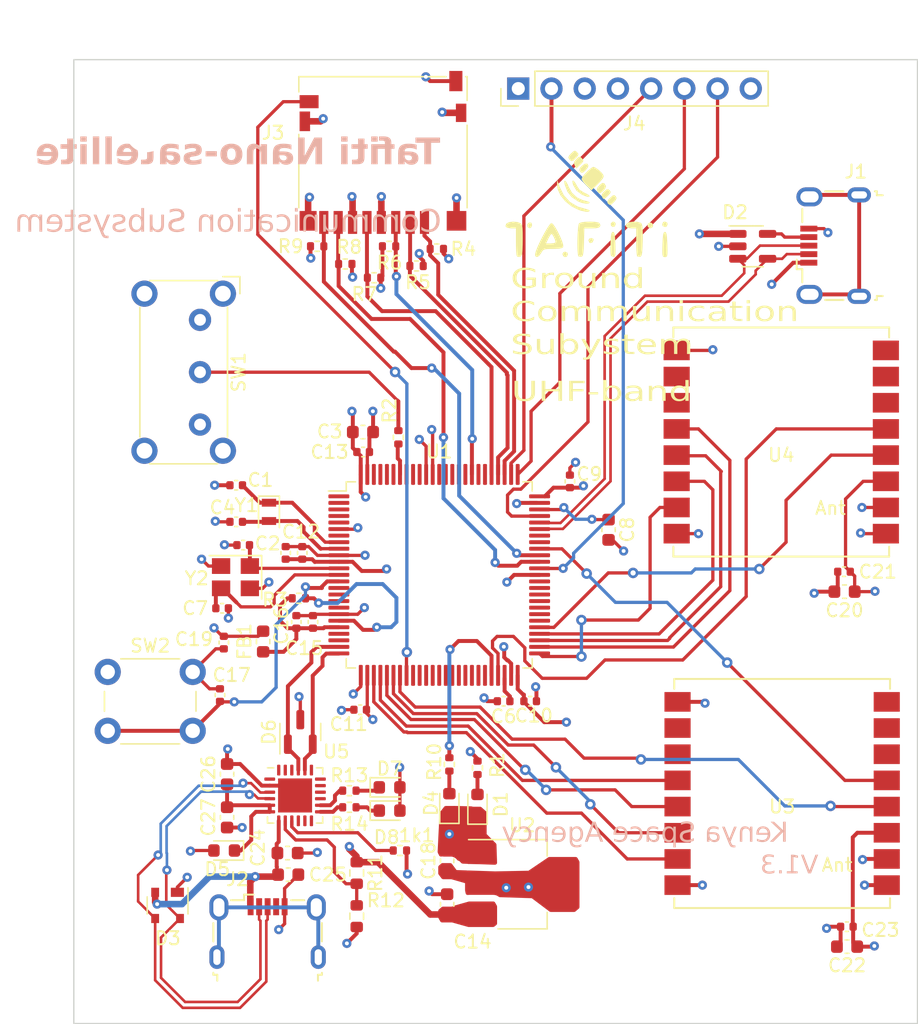
<source format=kicad_pcb>
(kicad_pcb (version 20221018) (generator pcbnew)
  (layers (0 "F.Cu" signal) (1 "In1.Cu" power "GND") (2 "In2.Cu" power "PWR") (31 "B.Cu" signal) (34 "B.Paste" user) (35 "F.Paste" user) (36 "B.SilkS" user "B.Silkscreen") (37 "F.SilkS" user "F.Silkscreen") (38 "B.Mask" user) (39 "F.Mask" user) (44 "Edge.Cuts" user))
  (net 0 "")
  (net 1 "+3V3")
  (net 2 "Net-(U5-~{RST})")
  (net 3 "LSE_IN")
  (net 4 "GND")
  (net 5 "HSE_IN")
  (net 6 "LSE_OUT")
  (net 7 "VCAP1")
  (net 8 "HSE_OUT")
  (net 9 "VCAP2")
  (net 10 "VBUS")
  (net 11 "+3.3VA")
  (net 12 "NRST")
  (net 13 "Net-(D5-K)")
  (net 14 "Net-(D1-A)")
  (net 15 "USB_DM+")
  (net 16 "USB_DM-")
  (net 17 "USB_ID")
  (net 18 "USB_D+")
  (net 19 "USB_D-")
  (net 20 "Net-(D4-A)")
  (net 21 "USART2_TX")
  (net 22 "USART2_RX")
  (net 23 "Net-(D7-K)")
  (net 24 "Net-(D8-K)")
  (net 25 "unconnected-(J1-Shield-Pad6)")
  (net 27 "unconnected-(J2-Shield-Pad6)")
  (net 28 "SDMMC_D2")
  (net 29 "SDMMC_D3")
  (net 30 "SDMMC_CMD")
  (net 31 "SDMMC_CK")
  (net 32 "SDMMC_D0")
  (net 33 "SDMMC_D1")
  (net 34 "SDMMC_DB")
  (net 35 "SDMMC_DA")
  (net 36 "ExtTRIG")
  (net 37 "JRST")
  (net 38 "SWO")
  (net 39 "JTDI")
  (net 40 "SWDCLK")
  (net 41 "SWDIO")
  (net 42 "/sw_boot")
  (net 43 "/BOOT")
  (net 44 "Net-(U1-VREF+)")
  (net 45 "LED")
  (net 46 "VBUSout")
  (net 47 "Net-(U5-~{TXT}{slash}GPIO.0)")
  (net 48 "Net-(U5-~{RXT}{slash}GPIO.1)")
  (net 61 "CS")
  (net 62 "SCK")
  (net 63 "MISO")
  (net 64 "MOSI")
  (net 65 "RESET")
  (net 78 "IRQ1")
  (net 79 "CS1")
  (net 80 "SCK1")
  (net 81 "MISO1")
  (net 82 "MOSI1")
  (net 83 "RESET1")
  (net 91 "IRQ")
  (net 93 "USB_ID-")
  (footprint "Package_QFP:LQFP-100_14x14mm_P0.5mm" (layer "F.Cu") (at 121.925 124.45)
    (fp_text reference "U1")
    (fp_text value "STM32H743VIT6")
  )
  (footprint "Button_Switch_THT:SW_E-Switch_EG1224_SPDT_Angled" (layer "F.Cu") (at 103.632 104.966 -90)
    (fp_text reference "SW1")
    (fp_text value "SW_SPDT")
  )
  (footprint "LED_SMD:LED_0603_1608Metric" (layer "F.Cu") (at 118.1285 142.458)
    (fp_text reference "D8")
    (fp_text value "LED")
  )
  (footprint "Capacitor_SMD:C_0402_1005Metric" (layer "F.Cu") (at 105.32 127)
    (fp_text reference "C7")
    (fp_text value "10p")
  )
  (footprint "Resistor_SMD:R_0402_1005Metric" (layer "F.Cu") (at 118.918 145.506 180)
    (fp_text reference "1k1")
    (fp_text value "R")
  )
  (footprint "LED_SMD:LED_0603_1608Metric" (layer "F.Cu") (at 118.1285 140.68)
    (fp_text reference "D7")
    (fp_text value "LED")
  )
  (footprint "Capacitor_SMD:C_0402_1005Metric" (layer "F.Cu") (at 106.398 120.396 180)
    (fp_text reference "C4")
    (fp_text value "15p")
  )
  (footprint "Package_TO_SOT_SMD:SOT-23" (layer "F.Cu") (at 111.3 136.45 90)
    (fp_text reference "D6")
    (fp_text value "SP0502BAHT")
  )
  (footprint "Capacitor_SMD:C_0402_1005Metric" (layer "F.Cu") (at 128.88 134.1)
    (fp_text reference "C10")
    (fp_text value "100n")
  )
  (footprint "Crystal:Crystal_SMD_3225-4Pin_3.2x2.5mm" (layer "F.Cu") (at 106.342 124.626 180)
    (fp_text reference "Y2")
    (fp_text value "16MHz")
  )
  (footprint "Resistor_SMD:R_0402_1005Metric" (layer "F.Cu") (at 118.8 113.94 -90)
    (fp_text reference "R2")
    (fp_text value "10k")
  )
  (footprint "Capacitor_SMD:C_0402_1005Metric" (layer "F.Cu") (at 106.934 122.174 180)
    (fp_text reference "C2")
    (fp_text value "10p")
  )
  (footprint "MountingHole:MountingHole_3.2mm_M3" (layer "F.Cu") (at 99.53 90.56)
    (fp_text reference "H1" hide)
    (fp_text value "MountingHole")
  )
  (footprint "Capacitor_SMD:C_0402_1005Metric" (layer "F.Cu") (at 126.848 134.1 180)
    (fp_text reference "C6")
    (fp_text value "2.2uF")
  )
  (footprint "Resistor_SMD:R_0402_1005Metric" (layer "F.Cu") (at 115.053 142.204)
    (fp_text reference "R14")
    (fp_text value "1k")
  )
  (footprint "Capacitor_SMD:C_0603_1608Metric" (layer "F.Cu") (at 116.091 113.538)
    (fp_text reference "C3")
    (fp_text value "4.7u")
  )
  (footprint "Capacitor_SMD:C_0603_1608Metric" (layer "F.Cu") (at 110.375 147.35 180)
    (fp_text reference "C25")
    (fp_text value "4u7")
  )
  (footprint "Capacitor_SMD:C_0402_1005Metric" (layer "F.Cu") (at 106.398 117.602 180)
    (fp_text reference "C1")
    (fp_text value "15p")
  )
  (footprint "MountingHole:MountingHole_3.2mm_M3" (layer "F.Cu") (at 119.38 153.355)
    (fp_text reference "H4" hide)
    (fp_text value "MountingHole")
  )
  (footprint "RF_Module:Ai-Thinker-Ra-01-LoRa" (layer "F.Cu") (at 148.082 114.3 180)
    (fp_text reference "U4")
    (fp_text value "Ai-Thinker-Ra-02")
  )
  (footprint "RF_Module:Ai-Thinker-Ra-01-LoRa" (layer "F.Cu") (at 148.15 141.15 180)
    (fp_text reference "U3")
    (fp_text value "Ai-Thinker-Ra-02")
  )
  (footprint "Package_TO_SOT_SMD:SOT-143" (layer "F.Cu") (at 101.15 149.7 -90)
    (fp_text reference "D3")
    (fp_text value "SP0503BAHT")
  )
  (footprint "Resistor_SMD:R_0402_1005Metric" (layer "F.Cu") (at 114.74 100.7 180)
    (fp_text reference "R8")
    (fp_text value "47k")
  )
  (footprint "Package_DFN_QFN:QFN-24-1EP_4x4mm_P0.5mm_EP2.6x2.6mm" (layer "F.Cu") (at 110.9 141.3)
    (fp_text reference "U5")
    (fp_text value "CP2102N-Axx-xQFN24")
  )
  (footprint "MountingHole:MountingHole_3.2mm_M3" (layer "F.Cu") (at 140.33 153.235)
    (fp_text reference "H3" hide)
    (fp_text value "MountingHole")
  )
  (footprint "Connector_PinHeader_2.54mm:PinHeader_1x08_P2.54mm_Vertical" (layer "F.Cu") (at 127.97 87.3 90)
    (fp_text reference "J4")
    (fp_text value "Conn_01x08_Male")
  )
  (footprint "Button_Switch_THT:SW_PUSH_6mm" (layer "F.Cu") (at 96.572 131.862)
    (fp_text reference "SW2")
    (fp_text value "SW_Push")
  )
  (footprint "LED_SMD:LED_0603_1608Metric" (layer "F.Cu") (at 122.7 141.951 90)
    (fp_text reference "D4")
    (fp_text value "LED")
  )
  (footprint "LOGO" (layer "F.Cu") (at 133.539157 96.517366)
    (fp_text reference "G***" hide)
    (fp_text value "LOGO" hide)
  )
  (footprint "Capacitor_SMD:C_0402_1005Metric" (layer "F.Cu") (at 110.18 122.77 90)
    (fp_text reference "C5" hide)
    (fp_text value "100n")
  )
  (footprint "Capacitor_SMD:C_0603_1608Metric" (layer "F.Cu") (at 110.325 145.7)
    (fp_text reference "C24")
    (fp_text value "100n")
  )
  (footprint "Capacitor_SMD:C_0402_1005Metric" (layer "F.Cu") (at 110.998 128.044 90)
    (fp_text reference "C16")
    (fp_text value "1u")
  )
  (footprint "Resistor_SMD:R_0402_1005Metric" (layer "F.Cu") (at 122.7 138.9265 -90)
    (fp_text reference "R10")
    (fp_text value "1k")
  )
  (footprint "Resistor_SMD:R_0402_1005Metric" (layer "F.Cu") (at 124.85 139.1885 -90)
    (fp_text reference "R1")
    (fp_text value "1k")
  )
  (footprint "Capacitor_SMD:C_0603_1608Metric" (layer "F.Cu") (at 122.53 149.619 90)
    (fp_text reference "C14")
    (fp_text value "10u")
  )
  (footprint "Capacitor_SMD:C_0603_1608Metric" (layer "F.Cu") (at 153.115 152.85 180)
    (fp_text reference "C22")
    (fp_text value "22uF/16V")
  )
  (footprint "Resistor_SMD:R_0603_1608Metric" (layer "F.Cu") (at 115.614 150.523 -90)
    (fp_text reference "R12")
    (fp_text value "47k5")
  )
  (footprint "Connector_USB:USB_Micro-B_Wuerth_629105150521" (layer "F.Cu") (at 108.8 151.7)
    (fp_text reference "J2")
    (fp_text value "USB_B_Micro")
  )
  (footprint "Package_TO_SOT_SMD:SOT-223-3_TabPin2" (layer "F.Cu") (at 128.27 148.082)
    (fp_text reference "U2")
    (fp_text value "AMS1117-3.3")
  )
  (footprint "Capacitor_SMD:C_0402_1005Metric" (layer "F.Cu") (at 116.106 115.062)
    (fp_text reference "C13")
    (fp_text value "100n")
  )
  (footprint "Resistor_SMD:R_0402_1005Metric" (layer "F.Cu") (at 116.94 101.75 180)
    (fp_text reference "R7")
    (fp_text value "47k")
  )
  (footprint "Resistor_SMD:R_0402_1005Metric" (layer "F.Cu") (at 120.19 100.85 180)
    (fp_text reference "R5")
    (fp_text value "47k")
  )
  (footprint "Diode_SMD:D_0603_1608Metric" (layer "F.Cu") (at 105.4795 145.506 180)
    (fp_text reference "D5")
    (fp_text value "DIODE")
  )
  (footprint "Resistor_SMD:R_0603_1608Metric" (layer "F.Cu") (at 115.614 147.221 -90)
    (fp_text reference "R11")
    (fp_text value "22k1")
  )
  (footprint "Connector_Card:microSD_HC_Hirose_DM3D-SF" (layer "F.Cu") (at 117.622 92.176)
    (fp_text reference "J3")
    (fp_text value "Micro_SD_Card_Det")
  )
  (footprint "Package_TO_SOT_SMD:SOT-23-5" (layer "F.Cu") (at 145.9 99.35)
    (fp_text reference "D2")
    (fp_text value "SP0504BAHT")
  )
  (footprint "Inductor_SMD:L_0603_1608Metric" (layer "F.Cu") (at 108.458 129.54 90)
    (fp_text reference "FB1")
    (fp_text value "120R")
  )
  (footprint "Resistor_SMD:R_0402_1005Metric" (layer "F.Cu") (at 115.053 140.934)
    (fp_text reference "R13")
    (fp_text value "1k")
  )
  (footprint "MountingHole:MountingHole_3.2mm_M3" (layer "F.Cu") (at 152.88 90.69)
    (fp_text reference "H2" hide)
    (fp_text value "MountingHole")
  )
  (footprint "Capacitor_SMD:C_0603_1608Metric" (layer "F.Cu") (at 105.7 142.975 90)
    (fp_text reference "C27")
    (fp_text value "100n")
  )
  (footprint "Capacitor_SMD:C_0603_1608Metric" (layer "F.Cu") (at 134.875 121 -90)
    (fp_text reference "C8")
    (fp_text value "2.2uF")
  )
  (footprint "Capacitor_SMD:C_0402_1005Metric" (layer "F.Cu") (at 152.88 124.206 180)
    (fp_text reference "C21")
    (fp_text value "0.1uF")
  )
  (footprint "Crystal:Crystal_SMD_2012-2Pin_2.0x1.2mm" (layer "F.Cu") (at 108.904 119.634 -90)
    (fp_text reference "Y1")
    (fp_text value "32.768KHz")
  )
  (footprint "Capacitor_SMD:C_0402_1005Metric" (layer "F.Cu") (at 112.268 128.044 90)
    (fp_text reference "C15")
    (fp_text value "10n")
  )
  (footprint "Capacitor_SMD:C_0402_1005Metric" (layer "F.Cu") (at 111.45 122.77 90)
    (fp_text reference "C12")
    (fp_text value "100n")
  )
  (footprint "Capacitor_SMD:C_0603_1608Metric" (layer "F.Cu") (at 152.921 125.73 180)
    (fp_text reference "C20")
    (fp_text value "22uF/16V")
  )
  (footprint "Capacitor_SMD:C_0402_1005Metric" (layer "F.Cu") (at 105.45 129.62 -90)
    (fp_text reference "C19")
    (fp_text value "1u")
  )
  (footprint "Capacitor_SMD:C_0402_1005Metric" (layer "F.Cu") (at 153.1 151.326 180)
    (fp_text reference "C23")
    (fp_text value "0.1uF")
  )
  (footprint "Capacitor_SMD:C_0603_1608Metric" (layer "F.Cu") (at 122.53 146.291 90)
    (fp_text reference "C18")
    (fp_text value "10u")
  )
  (footprint "Connector_USB:USB_Micro-B_Wuerth_629105150521" (layer "F.Cu") (at 152.09 99.2975 90)
    (fp_text reference "J1")
    (fp_text value "USB_B_Micro")
  )
  (footprint "Resistor_SMD:R_0402_1005Metric" (layer "F.Cu") (at 121.74 99.55 180)
    (fp_text reference "R4")
    (fp_text value "47k")
  )
  (footprint "Resistor_SMD:R_0402_1005Metric" (layer "F.Cu") (at 111.19 126.238)
    (fp_text reference "R3")
    (fp_text value "10k")
  )
  (footprint "LED_SMD:LED_0603_1608Metric" (layer "F.Cu") (at 124.85 142.01 90)
    (fp_text reference "D1")
    (fp_text value "LED")
  )
  (footprint "Resistor_SMD:R_0402_1005Metric" (layer "F.Cu") (at 112.59 99.35)
    (fp_text reference "R9")
    (fp_text value "47k")
  )
  (footprint "Resistor_SMD:R_0402_1005Metric" (layer "F.Cu") (at 118.09 99.35)
    (fp_text reference "R6")
    (fp_text value "47k")
  )
  (footprint "Capacitor_SMD:C_0402_1005Metric" (layer "F.Cu") (at 131.918 117.306 90)
    (fp_text reference "C9")
    (fp_text value "100n")
  )
  (footprint "Capacitor_SMD:C_0402_1005Metric" (layer "F.Cu") (at 115.88 134.75 180)
    (fp_text reference "C11")
    (fp_text value "100n")
  )
  (footprint "Capacitor_SMD:C_0402_1005Metric" (layer "F.Cu") (at 105.156 133.632 -90)
    (fp_text reference "C17")
    (fp_text value "100n")
  )
  (footprint "Capacitor_SMD:C_0603_1608Metric" (layer "F.Cu") (at 105.7 139.673 90)
    (fp_text reference "C26")
    (fp_text value "4u7")
  )
  (gr_rect (start 93.98 85.09) (end 158.5 158.724) (stroke (width 0.1)) (fill none) (layer "Edge.Cuts"))
  (gr_text "Kenya Space Agency" (at 148.63 145.09) (layer "B.SilkS") (effects (font (size 1.5 1.5)) (justify left bottom mirror)))
  (gr_text "\nV1.3" (at 146.46 147.49) (layer "B.SilkS") (effects (font (size 1.4 1.4)) (justify right bottom mirror)))
  (gr_text "Tafiti Nano-satellite" (at 122 93.42) (layer "B.SilkS") (effects (font (size 2 2) (thickness 0.3) bold) (justify left bottom mirror)))
  (gr_text "Communication Subsystem" (at 122.09 98.52) (layer "B.SilkS") (effects (font (size 1.7 1.7)) (justify left bottom mirror)))
  (gr_text "UHF-band" (at 127.44 111.41) (layer "F.SilkS") (effects (font (size 1.5 2)) (justify left bottom)))
  (gr_text "Ground\nCommunication\nSubystem" (at 127.38 107.83) (layer "F.SilkS") (effects (font (size 1.5 2)) (justify left bottom)))
  (gr_text "Ant" (at 150.58 119.93) (layer "F.SilkS") (effects (font (size 1 1)) (justify left bottom)))
  (gr_text "Ant" (at 151.09 147.19) (layer "F.SilkS") (effects (font (size 1 1)) (justify left bottom)))
  (segment (start 117.58 101.62) (end 117.45 101.75) (width 0.3) (layer "F.Cu") (net 1))
  (segment (start 153.696 125.73) (end 155.22 125.73) (width 0.25) (layer "F.Cu") (net 1))
  (segment (start 116.42 132.135) (end 116.42 134.69) (width 0.25) (layer "F.Cu") (net 1))
  (segment (start 117.75 124.15) (end 117.9 124) (width 0.3) (layer "F.Cu") (net 1))
  (segment (start 115.59 120.96) (end 115.7 120.85) (width 0.25) (layer "F.Cu") (net 1))
  (segment (start 128.4 133.6) (end 128.351041 133.6) (width 0.3) (layer "F.Cu") (net 1))
  (segment (start 153.55 144.5) (end 153.55 151.296) (width 0.3) (layer "F.Cu") (net 1))
  (segment (start 116.36 134.75) (end 116.36 135.01) (width 0.25) (layer "F.Cu") (net 1))
  (segment (start 153 123.846) (end 153 118.65) (width 0.25) (layer "F.Cu") (net 1))
  (segment (start 118.916 140.68) (end 118.916 142.458) (width 0.25) (layer "F.Cu") (net 1))
  (segment (start 156.15 144.15) (end 153.9 144.15) (width 0.3) (layer "F.Cu") (net 1))
  (segment (start 153 118.65) (end 154.35 117.3) (width 0.25) (layer "F.Cu") (net 1))
  (segment (start 115.92 118.12) (end 116.3 118.5) (width 0.3) (layer "F.Cu") (net 1))
  (segment (start 102.944 145.506) (end 104.692 145.506) (width 0.25) (layer "F.Cu") (net 1))
  (segment (start 128.4 133.6) (end 128.4 134.1) (width 0.3) (layer "F.Cu") (net 1))
  (segment (start 112.2 123.25) (end 111.45 123.25) (width 0.3) (layer "F.Cu") (net 1))
  (segment (start 116.36 135.01) (end 116.85 135.5) (width 0.25) (layer "F.Cu") (net 1))
  (segment (start 153.696 124.542) (end 153.36 124.206) (width 0.25) (layer "F.Cu") (net 1))
  (segment (start 102.9 145.55) (end 102.944 145.506) (width 0.25) (layer "F.Cu") (net 1))
  (segment (start 115.316 112.016) (end 115.25 111.95) (width 0.3) (layer "F.Cu") (net 1))
  (segment (start 132.814 117.786) (end 132.95 117.65) (width 0.3) (layer "F.Cu") (net 1))
  (segment (start 153.36 124.206) (end 153 123.846) (width 0.25) (layer "F.Cu") (net 1))
  (segment (start 127.925 133.173959) (end 127.925 132.125) (width 0.3) (layer "F.Cu") (net 1))
  (segment (start 115.25 101.65) (end 115.3 101.7) (width 0.3) (layer "F.Cu") (net 1))
  (segment (start 124.85 138.5) (end 124.3 137.95) (width 0.3) (layer "F.Cu") (net 1))
  (segment (start 124.85 138.6785) (end 124.85 138.5) (width 0.3) (layer "F.Cu") (net 1))
  (segment (start 129.957035 135.7) (end 131.65 135.7) (width 0.3) (layer "F.Cu") (net 1))
  (segment (start 119.428 147.228) (end 119.5 147.3) (width 0.3) (layer "F.Cu") (net 1))
  (segment (start 128.4 134.1) (end 128.4 134.142965) (width 0.3) (layer "F.Cu") (net 1))
  (segment (start 115.316 113.538) (end 115.316 112.016) (width 0.3) (layer "F.Cu") (net 1))
  (segment (start 118.916 139.166) (end 118.9 139.15) (width 0.25) (layer "F.Cu") (net 1))
  (segment (start 115.316 114.752) (end 115.626 115.062) (width 0.3) (layer "F.Cu") (net 1))
  (segment (start 155.22 125.73) (end 155.25 125.7) (width 0.25) (layer "F.Cu") (net 1))
  (segment (start 115.3 123.45) (end 116 124.15) (width 0.3) (layer "F.Cu") (net 1))
  (segment (start 116.42 134.69) (end 116.36 134.75) (width 0.25) (layer "F.Cu") (net 1))
  (segment (start 110.18 123.25) (end 111.45 123.25) (width 0.3) (layer "F.Cu") (net 1))
  (segment (start 117.58 99.35) (end 117.58 101.62) (width 0.3) (layer "F.Cu") (net 1))
  (segment (start 115.25 100.7) (end 115.25 101.65) (width 0.3) (layer "F.Cu") (net 1))
  (segment (start 105.34 129.14) (end 104.7 128.5) (width 0.25) (layer "F.Cu") (net 1))
  (segment (start 122.25 99.9) (end 122.65 100.3) (width 0.3) (layer "F.Cu") (net 1))
  (segment (start 108.0705 129.14) (end 108.458 128.7525) (width 0.25) (layer "F.Cu") (net 1))
  (segment (start 115.92 116.785) (end 115.92 118.12) (width 0.3) (layer "F.Cu") (net 1))
  (segment (start 115.297 95.597) (end 115.25 95.55) (width 0.5) (layer "F.Cu") (net 1))
  (segment (start 118.916 140.68) (end 118.916 139.166) (width 0.25) (layer "F.Cu") (net 1))
  (segment (start 105.45 129.14) (end 108.0705 129.14) (width 0.25) (layer "F.Cu") (net 1))
  (segment (start 120.7 100.45) (end 120.35 100.1) (width 0.3) (layer "F.Cu") (net 1))
  (segment (start 115.92 115.356) (end 115.92 116.785) (width 0.3) (layer "F.Cu") (net 1))
  (segment (start 114.25 123.45) (end 112.42 123.45) (width 0.3) (layer "F.Cu") (net 1))
  (segment (start 115.316 113.538) (end 115.316 114.752) (width 0.3) (layer "F.Cu") (net 1))
  (segment (start 112.42 123.45) (end 112.41 123.46) (width 0.3) (layer "F.Cu") (net 1))
  (segment (start 112.41 123.46) (end 112.2 123.25) (width 0.3) (layer "F.Cu") (net 1))
  (segment (start 114.25 123.45) (end 115.3 123.45) (width 0.3) (layer "F.Cu") (net 1))
  (segment (start 115.297 97.526) (end 115.297 95.597) (width 0.5) (layer "F.Cu") (net 1))
  (segment (start 131.918 117.786) (end 132.814 117.786) (width 0.3) (layer "F.Cu") (net 1))
  (segment (start 153.89 152.85) (end 155.15 152.85) (width 0.3) (layer "F.Cu") (net 1))
  (segment (start 128.4 134.142965) (end 129.957035 135.7) (width 0.3) (layer "F.Cu") (net 1))
  (segment (start 120.35 99.9465) (end 120.3965 99.9) (width 0.3) (layer "F.Cu") (net 1))
  (segment (start 116 124.15) (end 117.75 124.15) (width 0.3) (layer "F.Cu") (net 1))
  (segment (start 153.58 151.326) (end 153.58 152.54) (width 0.3) (layer "F.Cu") (net 1))
  (segment (start 153.58 152.54) (end 153.89 152.85) (width 0.3) (layer "F.Cu") (net 1))
  (segment (start 119.428 145.506) (end 119.428 147.228) (width 0.3) (layer "F.Cu") (net 1))
  (segment (start 153.696 125.73) (end 153.696 124.542) (width 0.25) (layer "F.Cu") (net 1))
  (segment (start 122.25 99.55) (end 122.25 99.9) (width 0.3) (layer "F.Cu") (net 1))
  (segment (start 105.45 129.14) (end 105.34 129.14) (width 0.25) (layer "F.Cu") (net 1))
  (segment (start 115.626 115.062) (end 115.92 115.356) (width 0.3) (layer "F.Cu") (net 1))
  (segment (start 154.35 117.3) (end 156.082 117.3) (width 0.25) (layer "F.Cu") (net 1))
  (segment (start 120.35 100.1) (end 120.35 99.9465) (width 0.3) (layer "F.Cu") (net 1))
  (segment (start 153.9 144.15) (end 153.55 144.5) (width 0.3) (layer "F.Cu") (net 1))
  (segment (start 128.351041 133.6) (end 127.925 133.173959) (width 0.3) (layer "F.Cu") (net 1))
  (segment (start 120.7 100.85) (end 120.7 100.45) (width 0.3) (layer "F.Cu") (net 1))
  (segment (start 130.664 117.786) (end 130 118.45) (width 0.3) (layer "F.Cu") (net 1))
  (segment (start 131.918 117.786) (end 130.664 117.786) (width 0.3) (layer "F.Cu") (net 1))
  (segment (start 155.15 152.85) (end 155.2 152.8) (width 0.3) (layer "F.Cu") (net 1))
  (segment (start 112.08 99.35) (end 112.08 100.23) (width 0.3) (layer "F.Cu") (net 1))
  (segment (start 153.55 151.296) (end 153.58 151.326) (width 0.3) (layer "F.Cu") (net 1))
  (segment (start 114.245 120.96) (end 115.59 120.96) (width 0.25) (layer "F.Cu") (net 1))
  (segment (start 117.45 101.75) (end 117.45 102.55) (width 0.3) (layer "F.Cu") (net 1))
  (segment (start 112.08 100.23) (end 112.1 100.25) (width 0.3) (layer "F.Cu") (net 1))
  (via (at 117.9 124) (size 0.7) (drill 0.3) (layers "F.Cu" "B.Cu") (net 1))
  (via (at 131.65 135.7) (size 0.7) (drill 0.3) (layers "F.Cu" "B.Cu") (net 1))
  (via (at 119.5 147.3) (size 0.7) (drill 0.3) (layers "F.Cu" "B.Cu") (net 1))
  (via (at 155.25 125.7) (size 0.7) (drill 0.3) (layers "F.Cu" "B.Cu") (net 1))
  (via (at 117.45 102.55) (size 0.7) (drill 0.3) (layers "F.Cu" "B.Cu") (net 1))
  (via (at 115.3 101.7) (size 0.7) (drill 0.3) (layers "F.Cu" "B.Cu") (net 1))
  (via (at 116.85 135.5) (size 0.7) (drill 0.3) (layers "F.Cu" "B.Cu") (net 1))
  (via (at 118.9 139.15) (size 0.7) (drill 0.3) (layers "F.Cu" "B.Cu") (net 1))
  (via (at 112.1 100.25) (size 0.7) (drill 0.3) (layers "F.Cu" "B.Cu") (net 1))
  (via (at 115.7 120.85) (size 0.7) (drill 0.3) (layers "F.Cu" "B.Cu") (net 1))
  (via (at 127.05 148.35) (size 0.7) (drill 0.3) (layers "F.Cu" "B.Cu") (net 1))
  (via (at 104.7 128.5) (size 0.7) (drill 0.3) (layers "F.Cu" "B.Cu") (net 1))
  (via (at 132.95 117.65) (size 0.7) (drill 0.3) (layers "F.Cu" "B.Cu") (net 1))
  (via (at 124.3 137.95) (size 0.7) (drill 0.3) (layers "F.Cu" "B.Cu") (net 1))
  (via (at 155.2 152.8) (size 0.7) (drill 0.3) (layers "F.Cu" "B.Cu") (net 1))
  (via (at 128.75 148.3) (size 0.7) (drill 0.3) (layers "F.Cu" "B.Cu") (net 1))
  (via (at 116.3 118.5) (size 0.7) (drill 0.3) (layers "F.Cu" "B.Cu") (net 1))
  (via (at 115.25 111.95) (size 0.7) (drill 0.3) (layers "F.Cu" "B.Cu") (net 1))
  (via (at 122.65 100.3) (size 0.7) (drill 0.3) (layers "F.Cu" "B.Cu") (net 1))
  (via (at 115.25 95.55) (size 0.7) (drill 0.3) (layers "F.Cu" "B.Cu") (net 1))
  (via (at 120.3965 99.9) (size 0.7) (drill 0.3) (layers "F.Cu" "B.Cu") (net 1))
  (via (at 102.9 145.55) (size 0.7) (drill 0.3) (layers "F.Cu" "B.Cu") (net 1))
  (segment (start 110.65 143.698008) (end 111.101992 144.15) (width 0.25) (layer "F.Cu") (net 2))
  (segment (start 117.056 145.506) (end 118.408 145.506) (width 0.25) (layer "F.Cu") (net 2))
  (segment (start 115.7 144.15) (end 117.056 145.506) (width 0.25) (layer "F.Cu") (net 2))
  (segment (start 110.65 143.2375) (end 110.65 143.698008) (width 0.25) (layer "F.Cu") (net 2))
  (segment (start 111.101992 144.15) (end 115.7 144.15) (width 0.25) (layer "F.Cu") (net 2))
  (segment (start 110.684 118.934) (end 108.904 118.934) (width 0.3) (layer "F.Cu") (net 3))
  (segment (start 113.2 121.95) (end 112.4 121.15) (width 0.25) (layer "F.Cu") (net 3))
  (segment (start 112.4 120.65) (end 110.684 118.934) (width 0.3) (layer "F.Cu") (net 3))
  (segment (start 112.4 121.15) (end 112.4 120.65) (width 0.3) (layer "F.Cu") (net 3))
  (segment (start 108.21 118.934) (end 106.878 117.602) (width 0.3) (layer "F.Cu") (net 3))
  (segment (start 114.25 121.95) (end 113.2 121.95) (width 0.25) (layer "F.Cu") (net 3))
  (segment (start 108.904 118.934) (end 108.21 118.934) (width 0.3) (layer "F.Cu") (net 3))
  (segment (start 125.6 134.1) (end 125.35 133.85) (width 0.3) (layer "F.Cu") (net 4))
  (segment (start 123.247 95.653) (end 123.25 95.65) (width 0.5) (layer "F.Cu") (net 4))
  (segment (start 105.156 133.152) (end 104.362 133.152) (width 0.25) (layer "F.Cu") (net 4))
  (segment (start 104.752 117.602) (end 104.75 117.6) (width 0.3) (layer "F.Cu") (net 4))
  (segment (start 117.497 95.953) (end 117.5 95.95) (width 0.5) (layer "F.Cu") (net 4))
  (segment (start 126.895 129.96936) (end 126.895 130.745) (width 0.3) (layer "F.Cu") (net 4))
  (segment (start 123.597 89.151) (end 122.201 89.151) (width 0.5) (layer "F.Cu") (net 4))
  (segment (start 117.497 97.526) (end 117.497 95.953) (width 0.5) (layer "F.Cu") (net 4))
  (segment (start 114.86 152.6) (end 115.614 151.846) (width 0.3) (layer "F.Cu") (net 4))
  (segment (start 105.524 122.174) (end 105.5 122.15) (width 0.25) (layer "F.Cu") (net 4))
  (segment (start 111.94 122.29) (end 111.45 122.29) (width 0.25) (layer "F.Cu") (net 4))
  (segment (start 104.846 120.396) (end 104.8 120.35) (width 0.25) (layer "F.Cu") (net 4))
  (segment (start 156.082 121.3) (end 154.3 121.3) (width 0.25) (layer "F.Cu") (net 4))
  (segment (start 140.15 148.15) (end 142.05 148.15) (width 0.3) (layer "F.Cu") (net 4))
  (segment (start 105.7 143.75) (end 106.75 143.75) (width 0.3) (layer "F.Cu") (net 4))
  (segment (start 106.75 143.75) (end 106.85 143.85) (width 0.3) (layer "F.Cu") (net 4))
  (segment (start 105.918 120.396) (end 104.846 120.396) (width 0.25) (layer "F.Cu") (net 4))
  (segment (start 152.62 152.57) (end 152.34 152.85) (width 0.3) (layer "F.Cu") (net 4))
  (segment (start 116.2 126.95) (end 115.69 127.46) (width 0.25) (layer "F.Cu") (net 4))
  (segment (start 152.62 151.326) (end 151.674 151.326) (width 0.3) (layer "F.Cu") (net 4))
  (segment (start 131.918 116.826) (end 131.918 116.282) (width 0.25) (layer "F.Cu") (net 4))
  (segment (start 127.125 130.975) (end 127.176041 130.975) (width 0.3) (layer "F.Cu") (net 4))
  (segment (start 106.698 138.898) (end 105.7 138.898) (width 0.3) (layer "F.Cu") (net 4))
  (segment (start 112.372 127.46) (end 114.245 127.46) (width 0.25) (layer "F.Cu") (net 4))
  (segment (start 112.849 89.801) (end 113.05 89.6) (width 0.5) (layer "F.Cu") (net 4))
  (segment (start 144.7625 99.35) (end 143.3 99.35) (width 0.25) (layer "F.Cu") (net 4))
  (segment (start 114.5 134.75) (end 114.45 134.8) (width 0.25) (layer "F.Cu") (net 4))
  (segment (start 129.36 134.1) (end 129.36 133.06) (width 0.3) (layer "F.Cu") (net 4))
  (segment (start 154.3 121.3) (end 154.25 121.25) (width 0.25) (layer "F.Cu") (net 4))
  (segment (start 142.15 134.15) (end 142.25 134.25) (width 0.3) (layer "F.Cu") (net 4))
  (segment (start 127.176041 130.975) (end 127.425 131.223959) (width 0.3) (layer "F.Cu") (net 4))
  (segment (start 116.866 111.966) (end 116.85 111.95) (width 0.3) (layer "F.Cu") (net 4))
  (segment (start 140.082 107.3) (end 142.8 107.3) (width 0.25) (layer "F.Cu") (net 4))
  (segment (start 156.15 146.15) (end 154.35 146.15) (width 0.3) (layer "F.Cu") (net 4))
  (segment (start 127.9 118.95) (end 129.377893 118.95) (width 0.3) (layer "F.Cu") (net 4))
  (segment (start 129.36 133.06) (end 129.3 133) (width 0.3) (layer "F.Cu") (net 4))
  (segment (start 104.362 133.152) (end 103.072 131.862) (width 0.25) (layer "F.Cu") (net 4))
  (segment (start 104.276 123.776) (end 103.75 123.25) (width 0.25) (layer "F.Cu") (net 4))
  (segment (start 156.082 119.3) (end 154.25 119.3) (width 0.25) (layer "F.Cu") (net 4))
  (segment (start 107.408814 139.6) (end 107.4 139.6) (width 0.3) (layer "F.Cu") (net 4))
  (segment (start 115.69 127.46) (end 114.245 127.46) (width 0.25) (layer "F.Cu") (net 4))
  (segment (start 105.7 138.898) (end 105.7 137.8) (width 0.3) (layer "F.Cu") (net 4))
  (segment (start 116.425 116.775) (end 116.425 115.223) (width 0.25) (layer "F.Cu") (net 4))
  (segment (start 127.425 131.223959) (end 127.425 131.922893) (width 0.3) (layer "F.Cu") (net 4))
  (segment (start 112 95.6) (end 111.897 95.703) (width 0.5) (layer "F.Cu") (net 4))
  (segment (start 122.53 148.844) (end 121.394 148.844) (width 0.3) (layer "F.Cu") (net 4))
  (segment (start 127.85 119) (end 127.9 118.95) (width 0.3) (layer "F.Cu") (net 4))
  (segment (start 105.8 127) (end 105.8 127.75) (width 0.25) (layer "F.Cu") (net 4))
  (segment (start 116.866 113.538) (end 116.866 111.966) (width 0.3) (layer "F.Cu") (net 4))
  (segment (start 115.4 134.75) (end 114.5 134.75) (width 0.25) (layer "F.Cu") (net 4))
  (segment (start 107.442 125.476) (end 108.424 125.476) (width 0.25) (layer "F.Cu") (net 4))
  (segment (start 126.368 134.1) (end 125.6 134.1) (width 0.3) (layer "F.Cu") (net 4))
  (segment (start 140.082 121.3) (end 141.75 121.3) (width 0.25) (layer "F.Cu") (net 4))
  (segment (start 115.92 132.98) (end 115.92 132.135) (width 0.25) (layer "F.Cu") (net 4))
  (segment (start 107.4 139.6) (end 106.698 138.898) (width 0.3) (layer "F.Cu") (net 4))
  (segment (start 116.586 115.062) (end 116.586 113.818) (width 0.3) (layer "F.Cu") (net 4))
  (segment (start 105.242 123.776) (end 104.276 123.776) (width 0.25) (layer "F.Cu") (net 4))
  (segment (start 152.4 125.476) (end 152.146 125.73) (width 0.3) (layer "F.Cu") (net 4))
  (segment (start 151.674 151.326) (end 151.55 151.45) (width 0.3) (layer "F.Cu") (net 4))
  (segment (start 116.24 122.96) (end 112.61 122.96) (width 0.25) (layer "F.Cu") (net 4))
  (segment (start 152.4 124.206) (end 152.4 125.476) (width 0.3) (layer "F.Cu") (net 4))
  (segment (start 111.897 95.703) (end 111.897 97.401) (width 0.5) (layer "F.Cu") (net 4))
  (segment (start 116.586 113.818) (end 116.866 113.538) (width 0.3) (layer "F.Cu") (net 4))
  (segment (start 105.7 137.8) (end 105.75 137.75) (width 0.3) (layer "F.Cu") (net 4))
  (segment (start 122.201 89.151) (end 122.15 89.1) (width 0.5) (layer "F.Cu") (net 4))
  (segment (start 105.918 117.602) (end 104.752 117.602) (width 0.3) (layer "F.Cu") (net 4))
  (segment (start 142.8 107.3) (end 142.85 107.25) (width 0.25) (layer "F.Cu") (net 4))
  (segment (start 106.454 122.174) (end 105.524 122.174) (width 0.25) (layer "F.Cu") (net 4))
  (segment (start 156.15 148.15) (end 154.45 148.15) (width 0.3) (layer "F.Cu") (net 4))
  (segment (start 140.15 134.15) (end 142.15 134.15) (width 0.3) (layer "F.Cu") (net 4))
  (segment (start 101.9 148.7) (end 101.9 148.3) (width 0.25) (layer "F.Cu") (net 4))
  (segment (start 110.1 149.8) (end 110.1 151.1) (width 0.25) (layer "F.Cu") (net 4))
  (segment (start 131.918 116.282) (end 132.35 115.85) (width 0.25) (layer "F.Cu") (net 4))
  (segment (start 151.3475 97.9975) (end 151.65 98.3) (width 0.25) (layer "F.Cu") (net 4))
  (segment (start 150.72 125.73) (end 150.6 125.85) (width 0.3) (layer "F.Cu") (net 4))
  (segment (start 108.358814 140.55) (end 107.408814 139.6) (width 0.3) (layer "F.Cu") (net 4))
  (segment (start 134.875 121.775) (end 135.175 121.775) (width 0.25) (layer "F.Cu") (net 4))
  (segment (start 154.35 146.15) (end 154.3 146.2) (width 0.3) (layer "F.Cu") (net 4))
  (segment (start 121.394 148.844) (end 121.15 148.6) (width 0.3) (layer "F.Cu") (net 4))
  (segment (start 150.19 97.9975) (end 151.3475 97.9975) (width 0.25) (layer "F.Cu") (net 4))
  (segment (start 152.62 151.326) (end 152.62 152.57) (width 0.3) (layer "F.Cu") (net 4))
  (segment (start 105.45 130.1) (end 104.834 130.1) (width 0.25) (layer "F.Cu") (net 4))
  (segment (start 152.146 125.73) (end 150.72 125.73) (width 0.3) (layer "F.Cu") (net 4))
  (segment (start 135.175 121.775) (end 136.025 122.625) (width 0.25) (layer "F.Cu") (net 4))
  (segment (start 116.425 115.223) (end 116.586 115.062) (width 0.25) (layer "F.Cu") (net 4))
  (segment (start 116.25 122.95) (end 116.24 122.96) (width 0.25) (layer "F.Cu") (net 4))
  (segment (start 126.86282 129.93718) (end 126.895 129.96936) (width 0.3) (layer "F.Cu") (net 4))
  (segment (start 115.35 133.55) (end 115.92 132.98) (width 0.25) (layer "F.Cu") (net 4))
  (segment (start 110.1 149.8) (end 110.1 148.4) (width 0.25) (layer "F.Cu") (net 4))
  (segment (start 108.424 125.476) (end 108.8 125.1) (width 0.25) (layer "F.Cu") (net 4))
  (segment (start 126.895 130.745) (end 127.125 130.975) (width 0.3) (layer "F.Cu") (net 4))
  (segment (start 110.15 140.55) (end 110.9 141.3) (width 0.3) (layer "F.Cu") (net 4))
  (segment (start 108.9625 140.55) (end 110.15 140.55) (width 0.3) (layer "F.Cu") (net 4))
  (segment (start 110.18 122.29) (end 111.45 122.29) (width 0.25) (layer "F.Cu") (net 4))
  (segment (start 112.55 145.7) (end 112.6 145.65) (width 0.25) (layer "F.Cu") (net 4))
  (segment (start 112.61 122.96) (end 111.94 122.29) (width 0.25) (layer "F.Cu") (net 4))
  (segment (start 111.647 89.801) (end 112.849 89.801) (width 0.5) (layer "F.Cu") (net 4))
  (segment (start 101.9 148.3) (end 102.65 147.55) (width 0.25) (layer "F.Cu") (net 4))
  (segment (start 108.9625 140.55) (end 108.358814 140.55) (width 0.3) (layer "F.Cu") (net 4))
  (segment (start 123.247 97.401) (end 123.247 95.653) (width 0.5) (layer "F.Cu") (net 4))
  (segment (start 111.3 135.5125) (end 111.3 133.85) (width 0.25) (layer "F.Cu") (net 4))
  (segment (start 110.998 127.564) (end 112.268 127.564) (width 0.25) (layer "F.Cu") (net 4))
  (segment (start 104.834 130.1) (end 103.072 131.862) (width 0.25) (layer "F.Cu") (net 4))
  (segment (start 111.1 145.7) (end 112.55 145.7) (width 0.25) (layer "F.Cu") (net 4))
  (segment (start 110.1 148.4) (end 111.15 147.35) (width 0.25) (layer "F.Cu") (net 4))
  (segment (start 112.268 127.564) (end 112.372 127.46) (width 0.25) (layer "F.Cu") (net 4))
  (segment (start 111.3 133.85) (end 111.2 133.75) (width 0.25) (layer "F.Cu") (net 4))
  (segment (start 115.614 151.846) (end 115.614 151.348) (width 0.3) (layer "F.Cu") (net 4))
  (segment (start 110.1 151.1) (end 109.65 151.55) (width 0.25) (layer "F.Cu") (net 4))
  (via (at 109.65 151.55) (size 0.7) (drill 0.3) (layers "F.Cu" "B.Cu") (net 4))
  (via (at 151.65 98.3) (size 0.7) (drill 0.3) (layers "F.Cu" "B.Cu") (net 4))
  (via (at 108.9 125) (size 0.7) (drill 0.3) (layers "F.Cu" "B.Cu") (net 4))
  (via (at 112.6 145.65) (size 0.7) (drill 0.3) (layers "F.Cu" "B.Cu") (net 4))
  (via (at 114.45 134.8) (size 0.7) (drill 0.3) (layers "F.Cu" "B.Cu") (net 4))
  (via (at 116.85 111.95) (size 0.7) (drill 0.3) (layers "F.Cu" "B.Cu") (net 4))
  (via (at 122.15 89.1) (size 0.7) (drill 0.3) (layers "F.Cu" "B.Cu") (net 4))
  (via (at 127.85 119) (size 0.7) (drill 0.3) (layers "F.Cu" "B.Cu") (net 4))
  (via (at 122.7 144.25) (size 0.7) (drill 0.3) (layers "F.Cu" "B.Cu") (net 4))
  (via (at 143.3 99.35) (size 0.7) (drill 0.3) (layers "F.Cu" "B.Cu") (net 4))
  (via (at 105.8 127.75) (size 0.7) (drill 0.3) (layers "F.Cu" "B.Cu") (net 4))
  (via (at 154.3 146.2) (size 0.7) (drill 0.3) (layers "F.Cu" "B.Cu") (net 4))
  (via (at 132.35 115.85) (size 0.7) (drill 0.3) (layers "F.Cu" "B.Cu") (net 4))
  (via (at 115.35 133.55) (size 0.7) (drill 0.3) (layers "F.Cu" "B.Cu") (net 4))
  (via (at 103.75 123.25) (size 0.7) (drill 0.3) (layers "F.Cu" "B.Cu") (net 4))
  (via (at 129.3 133) (size 0.7) (drill 0.3) (layers "F.Cu" "B.Cu") (net 4))
  (via (at 142.25 134.25) (size 0.7) (drill 0.3) (layers "F.Cu" "B.Cu") (net 4))
  (via (at 154.45 148.15) (size 0.7) (drill 0.3) (layers "F.Cu" "B.Cu") (net 4))
  (via (at 117.5 95.55) (size 0.7) (drill 0.3) (layers "F.Cu" "B.Cu") (net 4))
  (via (at 116.2 126.95) (size 0.7) (drill 0.3) (layers "F.Cu" "B.Cu") (net 4))
  (via (at 104.75 117.6) (size 0.7) (drill 0.3) (layers "F.Cu" "B.Cu") (net 4))
  (via (at 116.25 122.95) (size 0.7) (drill 0.3) (layers "F.Cu" "B.Cu") (net 4))
  (via (at 125.35 133.85) (size 0.7) (drill 0.3) (layers "F.Cu" "B.Cu") (net 4))
  (via (at 151.55 151.45) (size 0.7) (drill 0.3) (layers "F.Cu" "B.Cu") (net 4))
  (via (at 106.85 143.75) (size 0.7) (drill 0.3) (layers "F.Cu" "B.Cu") (net 4))
  (via (at 154.25 119.3) (size 0.7) (drill 0.3) (layers "F.Cu" "B.Cu") (net 4))
  (via (at 121.15 148.6) (size 0.7) (drill 0.3) (layers "F.Cu" "B.Cu") (net 4))
  (via (at 112 95.6) (size 0.7) (drill 0.3) (layers "F.Cu" "B.Cu") (net 4))
  (via (at 105.75 137.75) (size 0.7) (drill 0.3) (layers "F.Cu" "B.Cu") (net 4))
  (via (at 123.25 95.65) (size 0.7) (drill 0.3) (layers "F.Cu" "B.Cu") (net 4))
  (via (at 142.85 107.25) (size 0.7) (drill 0.3) (layers "F.Cu" "B.Cu") (net 4))
  (via (at 154.15 121.25) (size 0.7) (drill 0.3) (layers "F.Cu" "B.Cu") (net 4))
  (via (at 142.05 148.15) (size 0.7) (drill 0.3) (layers "F.Cu" "B.Cu") (net 4))
  (via (at 126.86282 129.93718) (size 0.7) (drill 0.3) (layers "F.Cu" "B.Cu") (net 4))
  (via (at 141.75 121.3) (size 0.7) (drill 0.3) (layers "F.Cu" "B.Cu") (net 4))
  (via (at 111.2 133.75) (size 0.7) (drill 0.3) (layers "F.Cu" "B.Cu") (net 4))
  (via (at 102.65 147.55) (size 0.7) (drill 0.3) (layers "F.Cu" "B.Cu") (net 4))
  (via (at 105.5 122.15) (size 0.7) (drill 0.3) (layers "F.Cu" "B.Cu") (net 4))
  (via (at 136.025 122.625) (size 0.7) (drill 0.3) (layers "F.Cu" "B.Cu") (net 4))
  (via (at 114.86 152.6) (size 0.7) (drill 0.3) (layers "F.Cu" "B.Cu") (net 4))
  (via (at 104.8 120.35) (size 0.7) (drill 0.3) (layers "F.Cu" "B.Cu") (net 4))
  (via (at 150.6 125.85) (size 0.7) (drill 0.3) (layers "F.Cu" "B.Cu") (net 4))
  (via (at 113.05 89.6) (size 0.7) (drill 0.3) (layers "F.Cu" "B.Cu") (net 4))
  (segment (start 107.442 123.776) (end 107.442 122.202) (width 0.3) (layer "F.Cu") (net 5))
  (segment (start 107.626 123.96) (end 107.442 123.776) (width 0.3) (layer "F.Cu") (net 5))
  (segment (start 107.442 122.202) (end 107.414 122.174) (width 0.3) (layer "F.Cu") (net 5))
  (segment (start 114.25 123.95) (end 107.616 123.95) (width 0.25) (layer "F.Cu") (net 5))
  (segment (start 107.766 124.1) (end 107.442 123.776) (width 0.3) (layer "F.Cu") (net 5))
  (segment (start 107.616 123.95) (end 107.442 123.776) (width 0.25) (layer "F.Cu") (net 5))
  (segment (start 114.25 122.45) (end 112.87 122.45) (width 0.25) (layer "F.Cu") (net 6))
  (segment (start 111.084 120.334) (end 111.55 120.8) (width 0.3) (layer "F.Cu") (net 6))
  (segment (start 106.878 120.396) (end 108.842 120.396) (width 0.3) (layer "F.Cu") (net 6))
  (segment (start 108.904 120.334) (end 111.084 120.334) (width 0.3) (layer "F.Cu") (net 6))
  (segment (start 112.87 122.45) (end 112.86 122.46) (width 0.25) (layer "F.Cu") (net 6))
  (segment (start 111.55 120.8) (end 111.55 121.15) (width 0.3) (layer "F.Cu") (net 6))
  (segment (start 111.55 121.15) (end 112.86 122.46) (width 0.3) (layer "F.Cu") (net 6))
  (segment (start 108.842 120.396) (end 108.904 120.334) (width 0.3) (layer "F.Cu") (net 6))
  (segment (start 127.328 133.728) (end 126.925 133.325) (width 0.3) (layer "F.Cu") (net 7))
  (segment (start 127.328 134.1) (end 127.328 133.728) (width 0.3) (layer "F.Cu") (net 7))
  (segment (start 126.925 133.325) (end 126.925 132.347107) (width 0.3) (layer "F.Cu") (net 7))
  (segment (start 106.76 126.894) (end 109.016 126.894) (width 0.25) (layer "F.Cu") (net 8))
  (segment (start 109.3 126.61) (end 109.075 126.835) (width 0.25) (layer "F.Cu") (net 8))
  (segment (start 104.84 125.878) (end 105.242 125.476) (width 0.3) (layer "F.Cu") (net 8))
  (segment (start 104.84 127) (end 104.84 125.878) (width 0.3) (layer "F.Cu") (net 8))
  (segment (start 105.242 125.476) (end 105.342 125.476) (width 0.3) (layer "F.Cu") (net 8))
  (segment (start 114.25 124.45) (end 110.88 124.45) (width 0.25) (layer "F.Cu") (net 8))
  (segment (start 105.342 125.476) (end 106.416 126.55) (width 0.3) (layer "F.Cu") (net 8))
  (segment (start 109.016 126.894) (end 109.075 126.835) (width 0.25) (layer "F.Cu") (net 8))
  (segment (start 106.76 126.894) (end 106.416 126.55) (width 0.25) (layer "F.Cu") (net 8))
  (segment (start 109.3 126.03) (end 109.3 126.61) (width 0.25) (layer "F.Cu") (net 8))
  (segment (start 110.88 124.45) (end 109.3 126.03) (width 0.25) (layer "F.Cu") (net 8))
  (segment (start 131.456634 119.306634) (end 131.303268 119.46) (width 0.25) (layer "F.Cu") (net 9))
  (segment (start 134.875 120.225) (end 133.625 120.225) (width 0.25) (layer "F.Cu") (net 9))
  (segment (start 131.303268 119.46) (end 129.595 119.46) (width 0.25) (layer "F.Cu") (net 9))
  (segment (start 133.625 120.225) (end 133.6 120.2) (width 0.25) (layer "F.Cu") (net 9))
  (via (at 133.6 120.2) (size 0.7) (drill 0.3) (layers "F.Cu" "B.Cu") (net 9))
  (via (at 131.456634 119.306634) (size 0.7) (drill 0.3) (layers "F.Cu" "B.Cu") (net 9))
  (segment (start 133.6 120.2) (end 132.35 120.2) (width 0.25) (layer "B.Cu") (net 9))
  (segment (start 132.35 120.2) (end 131.456634 119.306634) (width 0.25) (layer "B.Cu") (net 9))
  (segment (start 109.492 144.998) (end 109.492 146.75) (width 0.3) (layer "F.Cu") (net 10))
  (segment (start 107.475 147.875) (end 107.475 149.8) (width 0.5) (layer "F.Cu") (net 10))
  (segment (start 109.65 143.2375) (end 109.65 144.84) (width 0.3) (layer "F.Cu") (net 10))
  (segment (start 147.35 102.25) (end 149.0025 100.5975) (width 0.3) (layer "F.Cu") (net 10))
  (segment (start 121.244 150.394) (end 122.53 150.394) (width 0.5) (layer "F.Cu") (net 10))
  (segment (start 115.05 145.4) (end 115.6 145.95) (width 0.5) (layer "F.Cu") (net 10))
  (segment (start 109.45 147.5) (end 109.6 147.35) (width 0.5) (layer "F.Cu") (net 10))
  (segment (start 149.0025 100.5975) (end 150.19 100.5975) (width 0.3) (layer "F.Cu") (net 10))
  (segment (start 115.614 146.396) (end 117.246 146.396) (width 0.5) (layer "F.Cu") (net 10))
  (segment (start 100.2 149.45) (end 100.35 149.6) (width 0.5) (layer "F.Cu") (net 10))
  (segment (start 141.82 98.4) (end 144.7625 98.4) (width 0.5) (layer "F.Cu") (net 10))
  (segment (start 109.65 144.84) (end 109.492 144.998) (width 0.3) (layer "F.Cu") (net 10))
  (segment (start 107.85 147.5) (end 107.475 147.875) (width 0.5) (layer "F.Cu") (net 10))
  (segment (start 117.246 146.396) (end 121.244 150.394) (width 0.5) (layer "F.Cu") (net 10))
  (segment (start 109.492 146.75) (end 109.518 146.776) (width 0.3) (layer "F.Cu") (net 10))
  (segment (start 100.2 148.7) (end 100.2 149.45) (width 0.5) (layer "F.Cu") (net 10))
  (segment (start 107.85 147.5) (end 109.45 147.5) (width 0.5) (layer "F.Cu") (net 10))
  (segment (start 115.05 145.2) (end 115.05 145.4) (width 0.5) (layer "F.Cu") (net 10))
  (via (at 141.82 98.4) (size 0.7) (drill 0.3) (layers "F.Cu" "B.Cu") (net 10))
  (via (at 107.85 147.5) (size 0.7) (drill 0.3) (layers "F.Cu" "B.Cu") (net 10))
  (via (at 147.35 102.25) (size 0.7) (drill 0.3) (layers "F.Cu" "B.Cu") (net 10))
  (via (at 100.35 149.6) (size 0.7) (drill 0.3) (layers "F.Cu" "B.Cu") (net 10))
  (via (at 115.05 145.2) (size 0.7) (drill 0.3) (layers "F.Cu" "B.Cu") (net 10))
  (segment (start 102.25 149.6) (end 100.35 149.6) (width 0.5) (layer "B.Cu") (net 10))
  (segment (start 107.85 147.5) (end 104.35 147.5) (width 0.5) (layer "B.Cu") (net 10))
  (segment (start 104.35 147.5) (end 102.25 149.6) (width 0.5) (layer "B.Cu") (net 10))
  (segment (start 110.68 126.238) (end 110.312 126.238) (width 0.3) (layer "F.Cu") (net 11))
  (segment (start 110.998 128.524) (end 112.268 128.524) (width 0.3) (layer "F.Cu") (net 11))
  (segment (start 109.75 127.95) (end 109.75 126.8) (width 0.3) (layer "F.Cu") (net 11))
  (segment (start 110.998 128.524) (end 110.998 129.352) (width 0.3) (layer "F.Cu") (net 11))
  (segment (start 113.15 128.45) (end 114.25 128.45) (width 0.3) (layer "F.Cu") (net 11))
  (segment (start 112.268 128.524) (end 113.076 128.524) (width 0.3) (layer "F.Cu") (net 11))
  (segment (start 110.0225 130.3275) (end 108.458 130.3275) (width 0.3) (layer "F.Cu") (net 11))
  (segment (start 110.998 128.524) (end 110.324 128.524) (width 0.3) (layer "F.Cu") (net 11))
  (segment (start 109.75 126.8) (end 110.312 126.238) (width 0.3) (layer "F.Cu") (net 11))
  (segment (start 110.998 129.352) (end 110.0225 130.3275) (width 0.3) (layer "F.Cu") (net 11))
  (segment (start 110.324 128.524) (end 109.75 127.95) (width 0.3) (layer "F.Cu") (net 11))
  (segment (start 113.076 128.524) (end 113.15 128.45) (width 0.3) (layer "F.Cu") (net 11))
  (segment (start 111.695815 125.3685) (end 111.777315 125.45) (width 0.3) (layer "F.Cu") (net 12))
  (segment (start 105.194 134.15) (end 105.156 134.112) (width 0.25) (layer "F.Cu") (net 12))
  (segment (start 96.572 136.362) (end 103.072 136.362) (width 0.3) (layer "F.Cu") (net 12))
  (segment (start 112.95 125.348959) (end 113.348959 124.95) (width 0.3) (layer "F.Cu") (net 12))
  (segment (start 105.156 134.112) (end 105.156 134.278) (width 0.3) (layer "F.Cu") (net 12))
  (segment (start 106.25 134.15) (end 105.194 134.15) (width 0.25) (layer "F.Cu") (net 12))
  (segment (start 112.95 125.45) (end 112.95 125.348959) (width 0.3) (layer "F.Cu") (net 12))
  (segment (start 111.777315 125.45) (end 112.95 125.45) (width 0.3) (layer "F.Cu") (net 12))
  (segment (start 105.156 134.278) (end 103.072 136.362) (width 0.3) (layer "F.Cu") (net 12))
  (segment (start 113.348959 124.95) (end 114.25 124.95) (width 0.3) (layer "F.Cu") (net 12))
  (via (at 111.695815 125.3685) (size 0.7) (drill 0.3) (layers "F.Cu" "B.Cu") (net 12))
  (via (at 106.25 134.15) (size 0.7) (drill 0.3) (layers "F.Cu" "B.Cu") (net 12))
  (segment (start 111.695815 125.3685) (end 111.695815 126.003685) (width 0.25) (layer "B.Cu") (net 12))
  (segment (start 109.45 133.05) (end 108.35 134.15) (width 0.25) (layer "B.Cu") (net 12))
  (segment (start 111.695815 126.003685) (end 109.45 128.2495) (width 0.25) (layer "B.Cu") (net 12))
  (segment (start 108.35 134.15) (end 106.25 134.15) (width 0.25) (layer "B.Cu") (net 12))
  (segment (start 109.45 128.2495) (end 109.45 133.05) (width 0.25) (layer "B.Cu") (net 12))
  (segment (start 107.55 144.7) (end 107.55 142.9) (width 0.3) (layer "F.Cu") (net 13))
  (segment (start 107.55 142.9) (end 107.9 142.55) (width 0.3) (layer "F.Cu") (net 13))
  (segment (start 108.9625 142.05) (end 108.9625 142.55) (width 0.3) (layer "F.Cu") (net 13))
  (segment (start 105.85 142.05) (end 105.7 142.2) (width 0.3) (layer "F.Cu") (net 13))
  (segment (start 108.9625 142.05) (end 105.85 142.05) (width 0.3) (layer "F.Cu") (net 13))
  (segment (start 106.744 145.506) (end 107.55 144.7) (width 0.3) (layer "F.Cu") (net 13))
  (segment (start 105.7 142.2) (end 105.7 140.448) (width 0.3) (layer "F.Cu") (net 13))
  (segment (start 106.267 145.506) (end 106.744 145.506) (width 0.3) (layer "F.Cu") (net 13))
  (segment (start 107.9 142.55) (end 108.9625 142.55) (width 0.3) (layer "F.Cu") (net 13))
  (segment (start 124.85 139.6985) (end 124.85 141.2225) (width 0.3) (layer "F.Cu") (net 14))
  (segment (start 134.575 117.1068) (end 134.575 106.2068) (width 0.2) (layer "F.Cu") (net 15))
  (segment (start 129.619999 120.484999) (end 131.196801 120.484999) (width 0.2) (layer "F.Cu") (net 15))
  (segment (start 129.595 120.46) (end 129.619999 120.484999) (width 0.2) (layer "F.Cu") (net 15))
  (segment (start 137.6568 103.125) (end 143.525 103.125) (width 0.2) (layer "F.Cu") (net 15))
  (segment (start 131.196801 120.484999) (end 134.575 117.1068) (width 0.2) (layer "F.Cu") (net 15))
  (segment (start 146.4525 99.2975) (end 150.19 99.2975) (width 0.2) (layer "F.Cu") (net 15))
  (segment (start 145.25 101.4) (end 145.25 100.7875) (width 0.2) (layer "F.Cu") (net 15))
  (segment (start 145.45 100.3) (end 146.4525 99.2975) (width 0.2) (layer "F.Cu") (net 15))
  (segment (start 134.575 106.2068) (end 137.6568 103.125) (width 0.2) (layer "F.Cu") (net 15))
  (segment (start 145.25 100.7875) (end 144.7625 100.3) (width 0.2) (layer "F.Cu") (net 15))
  (segment (start 144.7625 100.3) (end 145.45 100.3) (width 0.2) (layer "F.Cu") (net 15))
  (segment (start 143.525 103.125) (end 145.25 101.4) (width 0.2) (layer "F.Cu") (net 15))
  (segment (start 146.125001 101.212499) (end 147.0375 100.3) (width 0.2) (layer "F.Cu") (net 16))
  (segment (start 131.383199 120.935001) (end 135.025 117.2932) (width 0.2) (layer "F.Cu") (net 16))
  (segment (start 146.125001 101.493199) (end 146.125001 101.212499) (width 0.2) (layer "F.Cu") (net 16))
  (segment (start 135.025 106.3932) (end 137.8432 103.575) (width 0.2) (layer "F.Cu") (net 16))
  (segment (start 148.5025 99.9475) (end 150.19 99.9475) (width 0.2) (layer "F.Cu") (net 16))
  (segment (start 144.0432 103.575) (end 146.125001 101.493199) (width 0.2) (layer "F.Cu") (net 16))
  (segment (start 129.595 120.96) (end 129.619999 120.935001) (width 0.2) (layer "F.Cu") (net 16))
  (segment (start 148.15 100.3) (end 148.5025 99.9475) (width 0.2) (layer "F.Cu") (net 16))
  (segment (start 135.025 117.2932) (end 135.025 106.3932) (width 0.2) (layer "F.Cu") (net 16))
  (segment (start 129.619999 120.935001) (end 131.383199 120.935001) (width 0.2) (layer "F.Cu") (net 16))
  (segment (start 147.0375 100.3) (end 148.15 100.3) (width 0.2) (layer "F.Cu") (net 16))
  (segment (start 137.8432 103.575) (end 144.0432 103.575) (width 0.2) (layer "F.Cu") (net 16))
  (segment (start 148.3475 98.6475) (end 150.19 98.6475) (width 0.25) (layer "F.Cu") (net 17))
  (segment (start 148.1 98.4) (end 148.3475 98.6475) (width 0.25) (layer "F.Cu") (net 17))
  (segment (start 147.0375 98.4) (end 148.1 98.4) (width 0.25) (layer "F.Cu") (net 17))
  (segment (start 108.937501 141.074999) (end 108.9625 141.05) (width 0.2) (layer "F.Cu") (net 18))
  (segment (start 107.532824 140.360406) (end 108.247417 141.074999) (width 0.2) (layer "F.Cu") (net 18))
  (segment (start 98.9 149.3) (end 98.9 147.3755) (width 0.2) (layer "F.Cu") (net 18))
  (segment (start 108.247417 141.074999) (end 108.937501 141.074999) (width 0.2) (layer "F.Cu") (net 18))
  (segment (start 102.3068 157.525) (end 100.2 155.4182) (width 0.2) (layer "F.Cu") (net 18))
  (segment (start 100.2 155.4182) (end 100.2 150.7) (width 0.2) (layer "F.Cu") (net 18))
  (segment (start 108.8 150.775001) (end 108.7 150.875001) (width 0.2) (layer "F.Cu") (net 18))
  (segment (start 106.6932 157.525) (end 102.3068 157.525) (width 0.2) (layer "F.Cu") (net 18))
  (segment (start 106.920878 140.360406) (end 107.532824 140.360406) (width 0.2) (layer "F.Cu") (net 18))
  (segment (start 108.7 155.5182) (end 106.6932 157.525) (width 0.2) (layer "F.Cu") (net 18))
  (segment (start 98.9 147.3755) (end 100.4255 145.85) (width 0.2) (layer "F.Cu") (net 18))
  (segment (start 100.2 150.7) (end 98.9 149.4) (width 0.2) (layer "F.Cu") (net 18))
  (segment (start 108.8 149.8) (end 108.8 150.775001) (width 0.2) (layer "F.Cu") (net 18))
  (segment (start 98.9 149.4) (end 98.9 149.3) (width 0.2) (layer "F.Cu") (net 18))
  (segment (start 108.7 150.875001) (end 108.7 155.5182) (width 0.2) (layer "F.Cu") (net 18))
  (via (at 100.4255 145.85) (size 0.7) (drill 0.3) (layers "F.Cu" "B.Cu") (net 18))
  (via (at 106.920878 140.360406) (size 0.7) (drill 0.3) (layers "F.Cu" "B.Cu") (net 18))
  (segment (start 100.625 143.4568) (end 100.625 145.85) (width 0.2) (layer "B.Cu") (net 18))
  (segment (start 106.920878 140.360406) (end 106.721379 140.559905) (width 0.2) (layer "B.Cu") (net 18))
  (segment (start 106.721379 140.559905) (end 103.521895 140.559905) (width 0.2) (layer "B.Cu") (net 18))
  (segment (start 103.521895 140.559905) (end 100.625 143.4568) (width 0.2) (layer "B.Cu") (net 18))
  (segment (start 102.4932 157.075) (end 100.650001 155.231801) (width 0.2) (layer "F.Cu") (net 19))
  (segment (start 108.15 150.775001) (end 108.25 150.875001) (width 0.2) (layer "F.Cu") (net 19))
  (segment (start 101.05 149.4) (end 101.05 147.05) (width 0.2) (layer "F.Cu") (net 19))
  (segment (start 101.05 147.05) (end 101.1 147) (width 0.2) (layer "F.Cu") (net 19))
  (segment (start 108.9625 141.55) (end 108.937501 141.525001) (width 0.2) (layer "F.Cu") (net 19))
  (segment (start 108.15 149.8) (end 108.15 150.775001) (width 0.2) (layer "F.Cu") (net 19))
  (segment (start 108.25 155.3318) (end 106.5068 157.075) (width 0.2) (layer "F.Cu") (net 19))
  (segment (start 100.650001 155.231801) (end 100.650001 152.149999) (width 0.2) (layer "F.Cu") (net 19))
  (segment (start 107.767677 141.231657) (end 107.414124 141.231657) (width 0.2) (layer "F.Cu") (net 19))
  (segment (start 102.1 150.7) (end 101.05 149.65) (width 0.2) (layer "F.Cu") (net 19))
  (segment (start 100.650001 152.149999) (end 102.1 150.7) (width 0.2) (layer "F.Cu") (net 19))
  (segment (start 108.937501 141.525001) (end 108.061021 141.525001) (width 0.2) (layer "F.Cu") (net 19))
  (segment (start 106.5068 157.075) (end 102.4932 157.075) (width 0.2) (layer "F.Cu") (net 19))
  (segment (start 108.25 150.875001) (end 108.25 155.3318) (width 0.2) (layer "F.Cu") (net 19))
  (segment (start 101.05 149.65) (end 101.05 149.4) (width 0.2) (layer "F.Cu") (net 19))
  (segment (start 108.061021 141.525001) (end 107.767677 141.231657) (width 0.2) (layer "F.Cu") (net 19))
  (via (at 107.414124 141.231657) (size 0.7) (drill 0.3) (layers "F.Cu" "B.Cu") (net 19))
  (via (at 101.1 147) (size 0.7) (drill 0.3) (layers "F.Cu" "B.Cu") (net 19))
  (segment (start 101.1 145.725) (end 101.075 145.7) (width 0.2) (layer "B.Cu") (net 19))
  (segment (start 107.192373 141.009906) (end 103.708294 141.009906) (width 0.2) (layer "B.Cu") (net 19))
  (segment (start 107.414124 141.231657) (end 107.192373 141.009906) (width 0.2) (layer "B.Cu") (net 19))
  (segment (start 101.1 147) (end 101.1 145.725) (width 0.2) (layer "B.Cu") (net 19))
  (segment (start 101.075 143.6432) (end 101.075 145.7) (width 0.2) (layer "B.Cu") (net 19))
  (segment (start 103.708294 141.009906) (end 101.075 143.6432) (width 0.2) (layer "B.Cu") (net 19))
  (segment (start 122.7 139.4365) (end 122.7 141.1635) (width 0.3) (layer "F.Cu") (net 20))
  (segment (start 110.35 132.95) (end 112.15 131.15) (width 0.3) (layer "F.Cu") (net 21))
  (segment (start 112.15 130.35) (end 112.55 129.95) (width 0.3) (layer "F.Cu") (net 21))
  (segment (start 111.15 139.3625) (end 111.15 138.5) (width 0.3) (layer "F.Cu") (net 21))
  (segment (start 112.15 131.15) (end 112.15 130.35) (width 0.3) (layer "F.Cu") (net 21))
  (segment (start 110.35 137.7) (end 110.35 137.3875) (width 0.3) (layer "F.Cu") (net 21))
  (segment (start 111.15 138.5) (end 110.35 137.7) (width 0.3) (layer "F.Cu") (net 21))
  (segment (start 110.35 137.3875) (end 110.35 132.95) (width 0.3) (layer "F.Cu") (net 21))
  (segment (start 112.55 129.95) (end 114.25 129.95) (width 0.3) (layer "F.Cu") (net 21))
  (segment (start 113.29 130.46) (end 113 130.75) (width 0.3) (layer "F.Cu") (net 22))
  (segment (start 113 131.4) (end 112.25 132.15) (width 0.3) (layer "F.Cu") (net 22))
  (segment (start 112.25 132.15) (end 112.25 137.3875) (width 0.3) (layer "F.Cu") (net 22))
  (segment (start 114.245 130.46) (end 113.29 130.46) (width 0.3) (layer "F.Cu") (net 22))
  (segment (start 111.65 139.3625) (end 111.65 138.5) (width 0.3) (layer "F.Cu") (net 22))
  (segment (start 113 130.75) (end 113 131.4) (width 0.3) (layer "F.Cu") (net 22))
  (segment (start 112.25 137.9) (end 112.25 137.3875) (width 0.3) (layer "F.Cu") (net 22))
  (segment (start 111.65 138.5) (end 112.25 137.9) (width 0.3) (layer "F.Cu") (net 22))
  (segment (start 117.087 140.934) (end 117.341 140.68) (width 0.3) (layer "F.Cu") (net 23))
  (segment (start 115.563 140.934) (end 117.087 140.934) (width 0.3) (layer "F.Cu") (net 23))
  (segment (start 116.404 142.204) (end 116.658 142.458) (width 0.3) (layer "F.Cu") (net 24))
  (segment (start 115.563 142.204) (end 116.404 142.204) (width 0.3) (layer "F.Cu") (net 24))
  (segment (start 116.658 142.458) (end 117.341 142.458) (width 0.3) (layer "F.Cu") (net 24))
  (segment (start 154.04 95.4225) (end 154.04 103.1725) (width 0.3) (layer "F.Cu") (net 25))
  (segment (start 153.89 103.0225) (end 154.04 103.1725) (width 0.3) (layer "F.Cu") (net 25))
  (segment (start 150.39 95.4225) (end 150.24 95.5725) (width 0.3) (layer "F.Cu") (net 25))
  (segment (start 150.24 103.0225) (end 153.89 103.0225) (width 0.3) (layer "F.Cu") (net 25))
  (segment (start 154.04 95.4225) (end 150.39 95.4225) (width 0.3) (layer "F.Cu") (net 25))
  (segment (start 105.075 149.85) (end 105.075 153.5) (width 0.3) (layer "B.Cu") (net 27))
  (segment (start 112.525 149.85) (end 105.075 149.85) (width 0.3) (layer "B.Cu") (net 27))
  (segment (start 112.675 153.65) (end 112.675 150) (width 0.3) (layer "B.Cu") (net 27))
  (segment (start 105.075 153.5) (end 104.925 153.65) (width 0.3) (layer "B.Cu") (net 27))
  (segment (start 112.675 150) (end 112.525 149.85) (width 0.3) (layer "B.Cu") (net 27))
  (segment (start 126.925 116.775) (end 126.925 115.737563) (width 0.3) (layer "F.Cu") (net 28))
  (segment (start 127.65 115.012563) (end 127.65 108.85) (width 0.3) (layer "F.Cu") (net 28))
  (segment (start 121.85 100.65) (end 121.23 100.03) (width 0.3) (layer "F.Cu") (net 28))
  (segment (start 126.925 115.737563) (end 127.65 115.012563) (width 0.3) (layer "F.Cu") (net 28))
  (segment (start 121.23 98.98) (end 121.23 99.55) (width 0.3) (layer "F.Cu") (net 28))
  (segment (start 127.65 108.85) (end 121.85 103.05) (width 0.3) (layer "F.Cu") (net 28))
  (segment (start 120.797 98.547) (end 121.23 98.98) (width 0.3) (layer "F.Cu") (net 28))
  (segment (start 121.85 103.05) (end 121.85 100.65) (width 0.3) (layer "F.Cu") (net 28))
  (segment (start 121.23 100.03) (end 121.23 99.55) (width 0.3) (layer "F.Cu") (net 28))
  (segment (start 120.797 97.526) (end 120.797 98.547) (width 0.3) (layer "F.Cu") (net 28))
  (segment (start 119.68 101.587106) (end 119.68 100.85) (width 0.3) (layer "F.Cu") (net 29))
  (segment (start 127.1 109.007106) (end 119.68 101.587106) (width 0.3) (layer "F.Cu") (net 29))
  (segment (start 127.15 114.75) (end 127.15 109.2) (width 0.3) (layer "F.Cu") (net 29))
  (segment (start 126.425 115.475) (end 127.15 114.75) (width 0.3) (layer "F.Cu") (net 29))
  (segment (start 126.425 116.775) (end 126.425 115.475) (width 0.3) (layer "F.Cu") (net 29))
  (segment (start 127.15 109.2) (end 127.1 109.15) (width 0.3) (layer "F.Cu") (net 29))
  (segment (start 127.1 109.15) (end 127.1 109.007106) (width 0.3) (layer "F.Cu") (net 29))
  (segment (start 119.697 97.526) (end 119.697 100.833) (width 0.3) (layer "F.Cu") (net 29))
  (segment (start 119.697 100.833) (end 119.68 100.85) (width 0.3) (layer "F.Cu") (net 29))
  (segment (start 118.597 99.347) (end 118.6 99.35) (width 0.3) (layer "F.Cu") (net 30))
  (segment (start 124.45 114.05) (end 124.425 114.075) (width 0.3) (layer "F.Cu") (net 30))
  (segment (start 118.6 101.6) (end 118.6 99.35) (width 0.3) (layer "F.Cu") (net 30))
  (segment (start 124.425 114.075) (end 124.425 116.775) (width 0.3) (layer "F.Cu") (net 30))
  (segment (start 118.65 101.65) (end 118.6 101.6) (width 0.3) (layer "F.Cu") (net 30))
  (segment (start 118.597 97.526) (end 118.597 99.347) (width 0.3) (layer "F.Cu") (net 30))
  (segment (start 124.45 114.05) (end 124.42 114.08) (width 0.3) (layer "F.Cu") (net 30))
  (via (at 124.45 114.05) (size 0.7) (drill 0.3) (layers "F.Cu" "B.Cu") (net 30))
  (via (at 118.65 101.65) (size 0.7) (drill 0.3) (layers "F.Cu" "B.Cu") (net 30))
  (segment (start 118.65 101.65) (end 118.65 103) (width 0.3) (layer "B.Cu") (net 30))
  (segment (start 124.45 108.8) (end 124.45 114.05) (width 0.3) (layer "B.Cu") (net 30))
  (segment (start 118.65 103) (end 124.45 108.8) (width 0.3) (layer "B.Cu") (net 30))
  (segment (start 116.43 103.18) (end 116.43 101.75) (width 0.3) (layer "F.Cu") (net 31))
  (segment (start 116.397 101.717) (end 116.43 101.75) (width 0.3) (layer "F.Cu") (net 31))
  (segment (start 125.7 108.35) (end 121.65 104.3) (width 0.3) (layer "F.Cu") (net 31))
  (segment (start 117.55 104.3) (end 116.43 103.18) (width 0.3) (layer "F.Cu") (net 31))
  (segment (start 125.925 116.775) (end 125.925 108.575) (width 0.3) (layer "F.Cu") (net 31))
  (segment (start 125.925 108.575) (end 125.7 108.35) (width 0.3) (layer "F.Cu") (net 31))
  (segment (start 121.65 104.3) (end 117.55 104.3) (width 0.3) (layer "F.Cu") (net 31))
  (segment (start 116.397 97.526) (end 116.397 101.717) (width 0.3) (layer "F.Cu") (net 31))
  (segment (start 127.88995 123.75) (end 128.18995 123.45) (width 0.3) (layer "F.Cu") (net 32))
  (segment (start 114.23 100.7) (end 114.23 102.38) (width 0.3) (layer "F.Cu") (net 32))
  (segment (start 119.7 104.9) (end 122.25 107.45) (width 0.3) (layer "F.Cu") (net 32))
  (segment (start 114.23 102.38) (end 116.75 104.9) (width 0.3) (layer "F.Cu") (net 32))
  (segment (start 126.2 123.5) (end 126.45 123.75) (width 0.3) (layer "F.Cu") (net 32))
  (segment (start 114.197 97.526) (end 114.197 100.667) (width 0.3) (layer "F.Cu") (net 32))
  (segment (start 114.197 100.667) (end 114.23 100.7) (width 0.3) (layer "F.Cu") (net 32))
  (segment (start 126.45 123.75) (end 127.88995 123.75) (width 0.3) (layer "F.Cu") (net 32))
  (segment (start 116.75 104.9) (end 119.7 104.9) (width 0.3) (layer "F.Cu") (net 32))
  (segment (start 128.18995 123.45) (end 129.6 123.45) (width 0.3) (layer "F.Cu") (net 32))
  (segment (start 122.25 107.45) (end 122.25 113.95) (width 0.3) (layer "F.Cu") (net 32))
  (via (at 126.2 123.5) (size 0.7) (drill 0.3) (layers "F.Cu" "B.Cu") (net 32))
  (via (at 122.25 113.95) (size 0.7) (drill 0.3) (layers "F.Cu" "B.Cu") (net 32))
  (segment (start 126.2 122.55) (end 122.25 118.6) (width 0.3) (layer "B.Cu") (net 32))
  (segment (start 126.2 123.5) (end 126.2 122.55) (width 0.3) (layer "B.Cu") (net 32))
  (segment (start 122.25 118.6) (end 122.25 113.95) (width 0.3) (layer "B.Cu") (net 32))
  (segment (start 118.45 107.4) (end 113.1 102.05) (width 0.3) (layer "F.Cu") (net 33))
  (segment (start 119.8 108.65) (end 118.55 107.4) (width 0.3) (layer "F.Cu") (net 33))
  (segment (start 121.35 108.65) (end 119.8 108.65) (width 0.3) (layer "F.Cu") (net 33))
  (segment (start 113.1 102.05) (end 113.1 99.35) (width 0.3) (layer "F.Cu") (net 33))
  (segment (start 128 122.95) (end 127.85 122.8) (width 0.3) (layer "F.Cu") (net 33))
  (segment (start 113.097 99.347) (end 113.1 99.35) (width 0.3) (layer "F.Cu") (net 33))
  (segment (start 129.6 122.95) (end 128 122.95) (width 0.3) (layer "F.Cu") (net 33))
  (segment (start 113.097 97.526) (end 113.097 99.347) (width 0.3) (layer "F.Cu") (net 33))
  (segment (start 118.55 107.4) (end 118.45 107.4) (width 0.3) (layer "F.Cu") (net 33))
  (via (at 127.85 122.8) (size 0.7) (drill 0.3) (layers "F.Cu" "B.Cu") (net 33))
  (via (at 121.35 108.65) (size 0.7) (drill 0.3) (layers "F.Cu" "B.Cu") (net 33))
  (segment (start 121.35 108.65) (end 121.5 108.65) (width 0.3) (layer "B.Cu") (net 33))
  (segment (start 123.45 118.4) (end 127.85 122.8) (width 0.3) (layer "B.Cu") (net 33))
  (segment (start 123.45 110.6) (end 123.45 118.4) (width 0.3) (layer "B.Cu") (net 33))
  (segment (start 121.5 108.65) (end 123.45 110.6) (width 0.3) (layer "B.Cu") (net 33))
  (segment (start 119.42 130.38) (end 119.45 130.35) (width 0.25) (layer "F.Cu") (net 34))
  (segment (start 119.42 132.135) (end 119.42 130.38) (width 0.25) (layer "F.Cu") (net 34))
  (segment (start 108.05 90.25) (end 109.999 88.301) (width 0.25) (layer "F.Cu") (net 34))
  (segment (start 108.05 98.45) (end 108.05 90.25) (width 0.25) (layer "F.Cu") (net 34))
  (segment (start 118.55 108.95) (end 108.05 98.45) (width 0.25) (layer "F.Cu") (net 34))
  (segment (start 109.999 88.301) (end 111.972 88.301) (width 0.25) (layer "F.Cu") (net 34))
  (via (at 118.55 108.95) (size 0.8) (drill 0.4) (layers "F.Cu" "B.Cu") (net 34))
  (via (at 119.45 130.35) (size 0.8) (drill 0.4) (layers "F.Cu" "B.Cu") (net 34))
  (segment (start 119.45 109.85) (end 118.55 108.95) (width 0.25) (layer "B.Cu") (net 34))
  (segment (start 119.45 130.35) (end 119.45 109.85) (width 0.25) (layer "B.Cu") (net 34))
  (segment (start 129.6 124.45) (end 127.65 124.45) (width 0.3) (layer "F.Cu") (net 35))
  (segment (start 121.226 86.726) (end 123.197 86.726) (width 0.3) (layer "F.Cu") (net 35))
  (segment (start 127.65 124.45) (end 127.1 125) (width 0.3) (layer "F.Cu") (net 35))
  (segment (start 120.9 86.4) (end 121.226 86.726) (width 0.3) (layer "F.Cu") (net 35))
  (via (at 127.1 125) (size 0.7) (drill 0.3) (layers "F.Cu" "B.Cu") (net 35))
  (via (at 120.9 86.4) (size 0.7) (drill 0.3) (layers "F.Cu" "B.Cu") (net 35))
  (segment (start 131.39 123.96) (end 131.4 123.95) (width 0.25) (layer "F.Cu") (net 36))
  (segment (start 130.45 91.75) (end 130.51 91.69) (width 0.3) (layer "F.Cu") (net 36))
  (segment (start 129.595 123.96) (end 131.39 123.96) (width 0.25) (layer "F.Cu") (net 36))
  (segment (start 130.51 91.69) (end 130.51 87.3) (width 0.3) (layer "F.Cu") (net 36))
  (via (at 131.4 123.95) (size 0.7) (drill 0.3) (layers "F.Cu" "B.Cu") (net 36))
  (via (at 130.45 91.75) (size 0.7) (drill 0.3) (layers "F.Cu" "B.Cu") (net 36))
  (segment (start 132.2 123.15) (end 131.4 123.95) (width 0.25) (layer "B.Cu") (net 36))
  (segment (start 132.2 122.8) (end 132.2 123.15) (width 0.25) (layer "B.Cu") (net 36))
  (segment (start 136 97.35) (end 136 119) (width 0.25) (layer "B.Cu") (net 36))
  (segment (start 136 119) (end 132.2 122.8) (width 0.25) (layer "B.Cu") (net 36))
  (segment (start 130.45 91.75) (end 130.45 91.8) (width 0.25) (layer "B.Cu") (net 36))
  (segment (start 130.45 91.8) (end 136 97.35) (width 0.25) (layer "B.Cu") (net 36))
  (segment (start 120.4 114.1) (end 120.92 114.62) (width 0.25) (layer "F.Cu") (net 37))
  (segment (start 120.92 114.62) (end 120.92 116.785) (width 0.25) (layer "F.Cu") (net 37))
  (via (at 120.4 114.1) (size 0.7) (drill 0.3) (layers "F.Cu" "B.Cu") (net 37))
  (segment (start 121.42 113.42) (end 121.35 113.35) (width 0.25) (layer "F.Cu") (net 38))
  (segment (start 121.42 116.785) (end 121.42 113.42) (width 0.25) (layer "F.Cu") (net 38))
  (via (at 121.35 113.35) (size 0.7) (drill 0.3) (layers "F.Cu" "B.Cu") (net 38))
  (segment (start 127.42 115.914315) (end 128.4 114.934315) (width 0.25) (layer "F.Cu") (net 39))
  (segment (start 128.4 97.03) (end 138.13 87.3) (width 0.25) (layer "F.Cu") (net 39))
  (segment (start 128.4 114.934315) (end 128.4 97.03) (width 0.25) (layer "F.Cu") (net 39))
  (segment (start 127.42 116.785) (end 127.42 115.914315) (width 0.25) (layer "F.Cu") (net 39))
  (segment (start 131.15 109.75) (end 128.95 111.95) (width 0.25) (layer "F.Cu") (net 40))
  (segment (start 128.95 111.95) (end 128.95 115.755) (width 0.25) (layer "F.Cu") (net 40))
  (segment (start 140.67 93.43) (end 131.15 102.95) (width 0.25) (layer "F.Cu") (net 40))
  (segment (start 140.67 87.3) (end 140.67 93.43) (width 0.25) (layer "F.Cu") (net 40))
  (segment (start 131.15 102.95) (end 131.15 109.75) (width 0.25) (layer "F.Cu") (net 40))
  (segment (start 128.95 115.755) (end 127.92 116.785) (width 0.25) (layer "F.Cu") (net 40))
  (segment (start 133.3 112.765685) (end 128.165685 117.9) (width 0.25) (layer "F.Cu") (net 41))
  (segment (start 143.21 92.54) (end 133.3 102.45) (width 0.25) (layer "F.Cu") (net 41))
  (segment (start 128.165685 117.9) (end 127.6 117.9) (width 0.25) (layer "F.Cu") (net 41))
  (segment (start 133.3 102.45) (end 133.3 112.765685) (width 0.25) (layer "F.Cu") (net 41))
  (segment (start 127.46 119.96) (end 129.595 119.96) (width 0.25) (layer "F.Cu") (net 41))
  (segment (start 143.21 87.3) (end 143.21 92.54) (width 0.25) (layer "F.Cu") (net 41))
  (segment (start 127.6 117.9) (end 127.15 118.35) (width 0.25) (layer "F.Cu") (net 41))
  (segment (start 127.15 119.65) (end 127.46 119.96) (width 0.25) (layer "F.Cu") (net 41))
  (segment (start 127.15 118.35) (end 127.15 119.65) (width 0.25) (layer "F.Cu") (net 41))
  (segment (start 103.632 108.966) (end 116.566 108.966) (width 0.25) (layer "F.Cu") (net 42))
  (segment (start 116.566 108.966) (end 118.725 111.125) (width 0.25) (layer "F.Cu") (net 42))
  (segment (start 118.8 113.43) (end 118.8 111.2) (width 0.3) (layer "F.Cu") (net 42))
  (segment (start 118.8 111.2) (end 118.725 111.125) (width 0.3) (layer "F.Cu") (net 42))
  (segment (start 118.75 115.55) (end 118.75 114.5) (width 0.3) (layer "F.Cu") (net 43))
  (segment (start 118.925 116.775) (end 118.925 115.725) (width 0.3) (layer "F.Cu") (net 43))
  (segment (start 118.925 115.725) (end 118.75 115.55) (width 0.3) (layer "F.Cu") (net 43))
  (segment (start 118.75 114.5) (end 118.8 114.45) (width 0.3) (layer "F.Cu") (net 43))
  (segment (start 116.95 128.65) (end 116.1 128.65) (width 0.3) (layer "F.Cu") (net 44))
  (segment (start 112.7 126.6) (end 112.338 126.238) (width 0.3) (layer "F.Cu") (net 44))
  (segment (start 117.15 128.45) (end 116.95 128.65) (width 0.3) (layer "F.Cu") (net 44))
  (segment (start 112.338 126.238) (end 111.7 126.238) (width 0.3) (layer "F.Cu") (net 44))
  (segment (start 115.4 127.95) (end 114.25 127.95) (width 0.3) (layer "F.Cu") (net 44))
  (segment (start 116.1 128.65) (end 115.4 127.95) (width 0.3) (layer "F.Cu") (net 44))
  (via (at 117.15 128.45) (size 0.7) (drill 0.3) (layers "F.Cu" "B.Cu") (net 44))
  (via (at 112.7 126.6) (size 0.7) (drill 0.3) (layers "F.Cu" "B.Cu") (net 44))
  (segment (start 118.65 126.2) (end 117.6 125.15) (width 0.3) (layer "B.Cu") (net 44))
  (segment (start 115.6 125.15) (end 114.15 126.6) (width 0.3) (layer "B.Cu") (net 44))
  (segment (start 118.25 128.45) (end 118.65 128.05) (width 0.3) (layer "B.Cu") (net 44))
  (segment (start 114.15 126.6) (end 112.7 126.6) (width 0.3) (layer "B.Cu") (net 44))
  (segment (start 117.15 128.45) (end 118.25 128.45) (width 0.3) (layer "B.Cu") (net 44))
  (segment (start 117.6 125.15) (end 115.6 125.15) (width 0.3) (layer "B.Cu") (net 44))
  (segment (start 118.65 128.05) (end 118.65 126.2) (width 0.3) (layer "B.Cu") (net 44))
  (segment (start 125.925 130.625) (end 125.925 132.125) (width 0.3) (layer "F.Cu") (net 45))
  (segment (start 122.75 130.15) (end 123.4 129.5) (width 0.3) (layer "F.Cu") (net 45))
  (segment (start 122.7 138.4165) (end 122.7 137.5) (width 0.3) (layer "F.Cu") (net 45))
  (segment (start 123.4 129.5) (end 124.8 129.5) (width 0.3) (layer "F.Cu") (net 45))
  (segment (start 124.8 129.5) (end 125.925 130.625) (width 0.3) (layer "F.Cu") (net 45))
  (via (at 122.75 130.15) (size 0.7) (drill 0.3) (layers "F.Cu" "B.Cu") (net 45))
  (via (at 122.7 137.5) (size 0.7) (drill 0.3) (layers "F.Cu" "B.Cu") (net 45))
  (segment (start 122.7 130.2) (end 122.75 130.15) (width 0.3) (layer "B.Cu") (net 45))
  (segment (start 122.7 137.5) (end 122.7 130.2) (width 0.3) (layer "B.Cu") (net 45))
  (segment (start 113.35 144.7) (end 110.95 144.7) (width 0.25) (layer "F.Cu") (net 46))
  (segment (start 110.95 144.7) (end 110.15 143.9) (width 0.25) (layer "F.Cu") (net 46))
  (segment (start 113.9 145.25) (end 113.35 144.7) (width 0.25) (layer "F.Cu") (net 46))
  (segment (start 115.614 148.046) (end 114.796 148.046) (width 0.25) (layer "F.Cu") (net 46))
  (segment (start 115.614 149.698) (end 115.614 148.046) (width 0.25) (layer "F.Cu") (net 46))
  (segment (start 110.15 143.9) (end 110.15 143.2375) (width 0.25) (layer "F.Cu") (net 46))
  (segment (start 113.9 147.15) (end 113.9 145.25) (width 0.25) (layer "F.Cu") (net 46))
  (segment (start 114.796 148.046) (end 113.9 147.15) (width 0.25) (layer "F.Cu") (net 46))
  (segment (start 114.543 140.934) (end 114.316 140.934) (width 0.3) (layer "F.Cu") (net 47))
  (segment (start 113.592893 142.05) (end 112.8375 142.05) (width 0.3) (layer "F.Cu") (net 47))
  (segment (start 113.95 141.692893) (end 113.592893 142.05) (width 0.3) (layer "F.Cu") (net 47))
  (segment (start 113.95 141.3) (end 113.95 141.692893) (width 0.3) (layer "F.Cu") (net 47))
  (segment (start 114.316 140.934) (end 113.95 141.3) (width 0.3) (layer "F.Cu") (net 47))
  (segment (start 113.8 142.55) (end 112.8375 142.55) (width 0.3) (layer "F.Cu") (net 48))
  (segment (start 114.543 142.204) (end 114.146 142.204) (width 0.3) (layer "F.Cu") (net 48))
  (segment (start 114.146 142.204) (end 113.8 142.55) (width 0.3) (layer "F.Cu") (net 48))
  (segment (start 116.92 134.15) (end 116.92 132.135) (width 0.25) (layer "F.Cu") (net 61))
  (segment (start 130.15 142.65) (end 124 136.5) (width 0.25) (layer "F.Cu") (net 61))
  (segment (start 119.22 136.45) (end 116.92 134.15) (width 0.25) (layer "F.Cu") (net 61))
  (segment (start 140.15 146.15) (end 136.3 146.15) (width 0.25) (layer "F.Cu") (net 61))
  (segment (start 136.3 146.15) (end 132.8 142.65) (width 0.25) (layer "F.Cu") (net 61))
  (segment (start 132.8 142.65) (end 130.15 142.65) (width 0.25) (layer "F.Cu") (net 61))
  (segment (start 119.5 136.5) (end 119.45 136.45) (width 0.25) (layer "F.Cu") (net 61))
  (segment (start 119.45 136.45) (end 119.22 136.45) (width 0.25) (layer "F.Cu") (net 61))
  (segment (start 124 136.5) (end 119.5 136.5) (width 0.25) (layer "F.Cu") (net 61))
  (segment (start 117.42 134.013604) (end 119.406396 136) (width 0.25) (layer "F.Cu") (net 62))
  (segment (start 128.286396 140.15) (end 140.15 140.15) (width 0.25) (layer "F.Cu") (net 62))
  (segment (start 117.42 132.135) (end 117.42 134.013604) (width 0.25) (layer "F.Cu") (net 62))
  (segment (start 119.406396 136) (end 124.136396 136) (width 0.25) (layer "F.Cu") (net 62))
  (segment (start 124.136396 136) (end 128.286396 140.15) (width 0.25) (layer "F.Cu") (net 62))
  (segment (start 128.360994 139.2) (end 128.505497 139.344503) (width 0.25) (layer "F.Cu") (net 63))
  (segment (start 135.3745 140.8745) (end 130.1 140.8745) (width 0.25) (layer "F.Cu") (net 63))
  (segment (start 117.92 133.656396) (end 119.763604 135.5) (width 0.25) (layer "F.Cu") (net 63))
  (segment (start 136.65 142.15) (end 135.3745 140.8745) (width 0.25) (layer "F.Cu") (net 63))
  (segment (start 124.613604 135.5) (end 128.313604 139.2) (width 0.25) (layer "F.Cu") (net 63))
  (segment (start 117.92 132.135) (end 117.92 133.656396) (width 0.25) (layer "F.Cu") (net 63))
  (segment (start 119.763604 135.5) (end 124.613604 135.5) (width 0.25) (layer "F.Cu") (net 63))
  (segment (start 128.313604 139.2) (end 128.360994 139.2) (width 0.25) (layer "F.Cu") (net 63))
  (segment (start 140.15 142.15) (end 136.65 142.15) (width 0.25) (layer "F.Cu") (net 63))
  (via (at 128.505497 139.344503) (size 0.8) (drill 0.4) (layers "F.Cu" "B.Cu") (net 63))
  (via (at 130.1 140.8745) (size 0.8) (drill 0.4) (layers "F.Cu" "B.Cu") (net 63))
  (segment (start 130.1 140.85) (end 130.1 140.8745) (width 0.25) (layer "B.Cu") (net 63))
  (segment (start 128.594503 139.344503) (end 130.1 140.85) (width 0.25) (layer "B.Cu") (net 63))
  (segment (start 128.505497 139.344503) (end 128.594503 139.344503) (width 0.25) (layer "B.Cu") (net 63))
  (segment (start 118.42 132.135) (end 118.42 133.52) (width 0.25) (layer "F.Cu") (net 64))
  (segment (start 118.42 133.52) (end 119.95 135.05) (width 0.25) (layer "F.Cu") (net 64))
  (segment (start 135.65 144.15) (end 140.15 144.15) (width 0.25) (layer "F.Cu") (net 64))
  (segment (start 133.475 141.975) (end 135.65 144.15) (width 0.25) (layer "F.Cu") (net 64))
  (segment (start 119.95 135.05) (end 124.8 135.05) (width 0.25) (layer "F.Cu") (net 64))
  (segment (start 127.2 137.45) (end 129.15 137.45) (width 0.25) (layer "F.Cu") (net 64))
  (segment (start 124.8 135.05) (end 127.2 137.45) (width 0.25) (layer "F.Cu") (net 64))
  (segment (start 129.15 137.45) (end 130.85 139.15) (width 0.25) (layer "F.Cu") (net 64))
  (via (at 133.475 141.975) (size 0.8) (drill 0.4) (layers "F.Cu" "B.Cu") (net 64))
  (via (at 130.85 139.15) (size 0.8) (drill 0.4) (layers "F.Cu" "B.Cu") (net 64))
  (segment (start 133.475 141.775) (end 130.85 139.15) (width 0.25) (layer "B.Cu") (net 64))
  (segment (start 133.475 141.975) (end 133.475 141.775) (width 0.25) (layer "B.Cu") (net 64))
  (segment (start 151.9 142.15) (end 156.15 142.15) (width 0.25) (layer "F.Cu") (net 65))
  (segment (start 151.85 142.1) (end 151.9 142.15) (width 0.25) (layer "F.Cu") (net 65))
  (segment (start 118.92 132.135) (end 118.92 133.383604) (width 0.25) (layer "F.Cu") (net 65))
  (segment (start 120.086396 134.55) (end 125.05 134.55) (width 0.25) (layer "F.Cu") (net 65))
  (segment (start 127.5 137) (end 131.55 137) (width 0.25) (layer "F.Cu") (net 65))
  (segment (start 137.25 138.45) (end 137.35 138.55) (width 0.25) (layer "F.Cu") (net 65))
  (segment (start 118.92 133.383604) (end 120.086396 134.55) (width 0.25) (layer "F.Cu") (net 65))
  (segment (start 125.05 134.55) (end 127.5 137) (width 0.25) (layer "F.Cu") (net 65))
  (segment (start 131.55 137) (end 133 138.45) (width 0.25) (layer "F.Cu") (net 65))
  (segment (start 133 138.45) (end 137.25 138.45) (width 0.25) (layer "F.Cu") (net 65))
  (via (at 151.85 142.1) (size 0.8) (drill 0.4) (layers "F.Cu" "B.Cu") (net 65))
  (via (at 137.35 138.55) (size 0.8) (drill 0.4) (layers "F.Cu" "B.Cu") (net 65))
  (segment (start 144.8 138.55) (end 147.1 140.85) (width 0.25) (layer "B.Cu") (net 65))
  (segment (start 148.35 142.1) (end 151.85 142.1) (width 0.25) (layer "B.Cu") (net 65))
  (segment (start 147.1 140.85) (end 148.35 142.1) (width 0.25) (layer "B.Cu") (net 65))
  (segment (start 137.35 138.55) (end 144.8 138.55) (width 0.25) (layer "B.Cu") (net 65))
  (segment (start 128.47 130.02) (end 127.6 129.15) (width 0.25) (layer "F.Cu") (net 78))
  (segment (start 127.6 129.15) (end 126.35 129.15) (width 0.25) (layer "F.Cu") (net 78))
  (segment (start 133.2 132.35) (end 129.8 132.35) (width 0.25) (layer "F.Cu") (net 78))
  (segment (start 145.4 115.6) (end 145.4 126.1) (width 0.25) (layer "F.Cu") (net 78))
  (segment (start 126 130.028248) (end 126.42 130.448248) (width 0.25) (layer "F.Cu") (net 78))
  (segment (start 126.35 129.15) (end 126 129.5) (width 0.25) (layer "F.Cu") (net 78))
  (segment (start 128.47 131.02) (end 128.47 130.02) (width 0.25) (layer "F.Cu") (net 78))
  (segment (start 126.42 130.448248) (end 126.42 132.135) (width 0.25) (layer "F.Cu") (net 78))
  (segment (start 156.082 113.3) (end 147.7 113.3) (width 0.25) (layer "F.Cu") (net 78))
  (segment (start 129.8 132.35) (end 128.47 131.02) (width 0.25) (layer "F.Cu") (net 78))
  (segment (start 145.4 126.1) (end 140.55 130.95) (width 0.25) (layer "F.Cu") (net 78))
  (segment (start 134.6 130.95) (end 133.2 132.35) (width 0.25) (layer "F.Cu") (net 78))
  (segment (start 126 129.5) (end 126 130.028248) (width 0.25) (layer "F.Cu") (net 78))
  (segment (start 140.55 130.95) (end 134.6 130.95) (width 0.25) (layer "F.Cu") (net 78))
  (segment (start 147.7 113.3) (end 145.4 115.6) (width 0.25) (layer "F.Cu") (net 78))
  (segment (start 132.8 130.6845) (end 129.8195 130.6845) (width 0.25) (layer "F.Cu") (net 79))
  (segment (start 138.05 127) (end 137.15 127.9) (width 0.25) (layer "F.Cu") (net 79))
  (segment (start 137.15 127.9) (end 132.8 127.9) (width 0.25) (layer "F.Cu") (net 79))
  (segment (start 129.8195 130.6845) (end 129.595 130.46) (width 0.25) (layer "F.Cu") (net 79))
  (segment (start 140.082 119.3) (end 138.8 119.3) (width 0.25) (layer "F.Cu") (net 79))
  (segment (start 138.8 119.3) (end 138.05 120.05) (width 0.25) (layer "F.Cu") (net 79))
  (segment (start 138.05 120.05) (end 138.05 127) (width 0.25) (layer "F.Cu") (net 79))
  (via (at 132.8 130.6845) (size 0.8) (drill 0.4) (layers "F.Cu" "B.Cu") (net 79))
  (via (at 132.8 127.9) (size 0.8) (drill 0.4) (layers "F.Cu" "B.Cu") (net 79))
  (segment (start 132.8 127.9) (end 132.8 130.6845) (width 0.25) (layer "B.Cu") (net 79))
  (segment (start 139.84 129.96) (end 129.595 129.96) (width 0.25) (layer "F.Cu") (net 80))
  (segment (start 141.75 113.3) (end 144.15 115.7) (width 0.25) (layer "F.Cu") (net 80))
  (segment (start 144.15 115.7) (end 144.15 125.65) (width 0.25) (layer "F.Cu") (net 80))
  (segment (start 144.15 125.65) (end 139.84 129.96) (width 0.25) (layer "F.Cu") (net 80))
  (segment (start 140.082 113.3) (end 141.75 113.3) (width 0.25) (layer "F.Cu") (net 80))
  (segment (start 140.382 115.35) (end 142.3 115.35) (width 0.25) (layer "F.Cu") (net 81))
  (segment (start 140.332 115.3) (end 140.382 115.35) (width 0.25) (layer "F.Cu") (net 81))
  (segment (start 139.39 129.46) (end 129.595 129.46) (width 0.25) (layer "F.Cu") (net 81))
  (segment (start 139.55 129.25) (end 139.55 129.3) (width 0.25) (layer "F.Cu") (net 81))
  (segment (start 142.3 115.35) (end 143.5 116.55) (width 0.25) (layer "F.Cu") (net 81))
  (segment (start 143.45 116.6) (end 143.45 125.35) (width 0.25) (layer "F.Cu") (net 81))
  (segment (start 143.45 125.35) (end 139.55 129.25) (width 0.25) (layer "F.Cu") (net 81))
  (segment (start 139.55 129.3) (end 139.39 129.46) (width 0.25) (layer "F.Cu") (net 81))
  (segment (start 140.082 115.3) (end 140.332 115.3) (width 0.25) (layer "F.Cu") (net 81))
  (segment (start 142.85 124.85) (end 138.74 128.96) (width 0.25) (layer "F.Cu") (net 82))
  (segment (start 142.2 117.3) (end 142.85 117.95) (width 0.25) (layer "F.Cu") (net 82))
  (segment (start 142.85 117.95) (end 142.85 124.85) (width 0.25) (layer "F.Cu") (net 82))
  (segment (start 140.082 117.3) (end 142.2 117.3) (width 0.25) (layer "F.Cu") (net 82))
  (segment (start 138.74 128.96) (end 129.595 128.96) (width 0.25) (layer "F.Cu") (net 82))
  (segment (start 151.9 115.3) (end 156.082 115.3) (width 0.25) (layer "F.Cu") (net 83))
  (segment (start 129.595 128.46) (end 130.69 128.46) (width 0.25) (layer "F.Cu") (net 83))
  (segment (start 146.4 124) (end 148.45 121.95) (width 0.25) (layer "F.Cu") (net 83))
  (segment (start 130.69 128.46) (end 134.85 124.3) (width 0.25) (layer "F.Cu") (net 83))
  (segment (start 148.45 118.75) (end 151.9 115.3) (width 0.25) (layer "F.Cu") (net 83))
  (segment (start 148.45 121.95) (end 148.45 118.75) (width 0.25) (layer "F.Cu") (net 83))
  (segment (start 134.85 124.3) (end 136.75 124.3) (width 0.25) (layer "F.Cu") (net 83))
  (via (at 146.4 124) (size 0.8) (drill 0.4) (layers "F.Cu" "B.Cu") (net 83))
  (via (at 136.75 124.3) (size 0.8) (drill 0.4) (layers "F.Cu" "B.Cu") (net 83))
  (segment (start 136.75 124.3) (end 141.2 124.3) (width 0.25) (layer "B.Cu") (net 83))
  (segment (start 141.5 124) (end 146.4 124) (width 0.25) (layer "B.Cu") (net 83))
  (segment (start 141.2 124.3) (end 141.5 124) (width 0.25) (layer "B.Cu") (net 83))
  (segment (start 152.95 140.15) (end 156.15 140.15) (width 0.25) (layer "F.Cu") (net 91))
  (segment (start 131.31 122.46) (end 129.595 122.46) (width 0.25) (layer "F.Cu") (net 91))
  (segment (start 143.95 131.15) (end 152.95 140.15) (width 0.25) (layer "F.Cu") (net 91))
  (segment (start 133.2 124.35) (end 131.31 122.46) (width 0.25) (layer "F.Cu") (net 91))
  (via (at 133.2 124.35) (size 0.8) (drill 0.4) (layers "F.Cu" "B.Cu") (net 91))
  (via (at 143.95 131.15) (size 0.8) (drill 0.4) (layers "F.Cu" "B.Cu") (net 91))
  (segment (start 133.2 124.35) (end 135.4 126.55) (width 0.25) (layer "B.Cu") (net 91))
  (segment (start 135.4 126.55) (end 139.35 126.55) (width 0.25) (layer "B.Cu") (net 91))
  (segment (start 139.35 126.55) (end 143.95 131.15) (width 0.25) (layer "B.Cu") (net 91))
  (zone (net 10) (net_name "VBUS") (layer "F.Cu") (priority 4) (connect_pads yes (clearance 0.5)) (min_thickness 0.3) (fill yes (thermal_gap 0.5) (thermal_bridge_width 0.5))
    (polygon (pts (xy 122.2 149.75) (xy 122.95 149.75) (xy 124.2 149.4) (xy 126.15 149.4) (xy 126.35 149.75) (xy 126.35 151.15) (xy 126.1 151.35) (xy 124.15 151.35) (xy 122.9 151) (xy 122.05 151) (xy 121.85 150.65) (xy 121.85 150.05)))
  )
  (zone (net 1) (net_name "+3V3") (layer "F.Cu") (priority 3) (connect_pads yes (clearance 0.5)) (min_thickness 0.3) (fill yes (thermal_gap 0.5) (thermal_bridge_width 0.5))
    (polygon (pts (xy 132.45 146) (xy 132.65 146.35) (xy 132.65 149.9) (xy 132.3 150.2) (xy 130.4 150.2) (xy 129 149.15) (xy 125.9 149.05) (xy 124 149.05) (xy 123.9 148.55) (xy 123.9 148) (xy 122.85 147.7) (xy 122.15 147.7) (xy 121.85 147.3) (xy 121.85 146.7) (xy 122.2 146.4) (xy 122.8 146.4) (xy 123.25 147) (xy 126.2 147.1) (xy 128.75 147.05) (xy 130.3 146)))
  )
  (zone (net 4) (net_name "GND") (layer "F.Cu") (priority 2) (connect_pads yes (clearance 0.5)) (min_thickness 0.3) (fill yes (thermal_gap 0.5) (thermal_bridge_width 0.5))
    (polygon (pts (xy 122 142.55) (xy 122.35 142.1) (xy 123.1 142.1) (xy 125.1 142.15) (xy 125.55 142.55) (xy 125.55 144.25) (xy 126.3 145) (xy 126.35 146.5) (xy 126.1 146.75) (xy 123.95 146.8) (xy 123.45 146.3) (xy 122.7 146.2) (xy 122 146.05) (xy 121.8 145.65) (xy 121.95 142.6)))
  )
)
</source>
